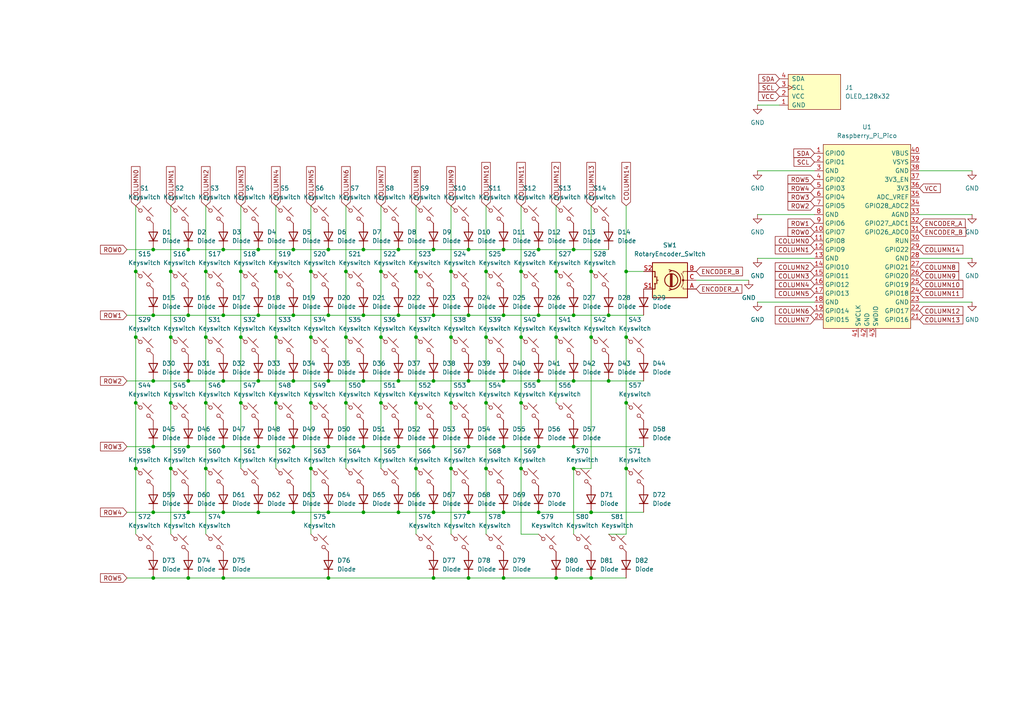
<source format=kicad_sch>
(kicad_sch (version 20231120) (generator "eeschema") (generator_version "8.0")
  (paper "A4")
  (title_block (title "wavey81") (company "me") (comment 1 "81 key + encoder + oled keyboard"))
  (lib_symbols
    (symbol "Device:RotaryEncoder_Switch" (pin_names (offset 0.254) hide)
      (property "Reference" "SW" (at 0 6.604 0))
      (property "Value" "RotaryEncoder_Switch" (at 0 -6.604 0))
      (symbol "RotaryEncoder_Switch_1_1"
        (pin passive line (at -7.62 2.54 0) (length 2.54) (name "A") (number "A"))
        (pin passive line (at -7.62 -2.54 0) (length 2.54) (name "B") (number "B"))
        (pin passive line (at -7.62 0 0) (length 2.54) (name "C") (number "C"))
        (pin passive line (at 7.62 2.54 180) (length 2.54) (name "S1") (number "S1"))
        (pin passive line (at 7.62 -2.54 180) (length 2.54) (name "S2") (number "S2"))
      )
    )
    (symbol "ScottoKeebs:MCU_Raspberry_Pi_Pico"
      (property "Reference" "U" (at 0 0 0))
      (property "Value" "Raspberry_Pi_Pico" (at 0 27.94 0))
      (symbol "MCU_Raspberry_Pi_Pico_1_1"
        (pin bidirectional line (at -15.24 24.13 0) (length 2.54) (name "GPIO0") (number "1"))
        (pin bidirectional line (at -15.24 1.27 0) (length 2.54) (name "GPIO7") (number "10"))
        (pin bidirectional line (at -15.24 -1.27 0) (length 2.54) (name "GPIO8") (number "11"))
        (pin bidirectional line (at -15.24 -3.81 0) (length 2.54) (name "GPIO9") (number "12"))
        (pin power_in line (at -15.24 -6.35 0) (length 2.54) (name "GND") (number "13"))
        (pin bidirectional line (at -15.24 -8.89 0) (length 2.54) (name "GPIO10") (number "14"))
        (pin bidirectional line (at -15.24 -11.43 0) (length 2.54) (name "GPIO11") (number "15"))
        (pin bidirectional line (at -15.24 -13.97 0) (length 2.54) (name "GPIO12") (number "16"))
        (pin bidirectional line (at -15.24 -16.51 0) (length 2.54) (name "GPIO13") (number "17"))
        (pin power_in line (at -15.24 -19.05 0) (length 2.54) (name "GND") (number "18"))
        (pin bidirectional line (at -15.24 -21.59 0) (length 2.54) (name "GPIO14") (number "19"))
        (pin bidirectional line (at -15.24 21.59 0) (length 2.54) (name "GPIO1") (number "2"))
        (pin bidirectional line (at -15.24 -24.13 0) (length 2.54) (name "GPIO15") (number "20"))
        (pin bidirectional line (at 15.24 -24.13 180) (length 2.54) (name "GPIO16") (number "21"))
        (pin bidirectional line (at 15.24 -21.59 180) (length 2.54) (name "GPIO17") (number "22"))
        (pin power_in line (at 15.24 -19.05 180) (length 2.54) (name "GND") (number "23"))
        (pin bidirectional line (at 15.24 -16.51 180) (length 2.54) (name "GPIO18") (number "24"))
        (pin bidirectional line (at 15.24 -13.97 180) (length 2.54) (name "GPIO19") (number "25"))
        (pin bidirectional line (at 15.24 -11.43 180) (length 2.54) (name "GPIO20") (number "26"))
        (pin bidirectional line (at 15.24 -8.89 180) (length 2.54) (name "GPIO21") (number "27"))
        (pin power_in line (at 15.24 -6.35 180) (length 2.54) (name "GND") (number "28"))
        (pin bidirectional line (at 15.24 -3.81 180) (length 2.54) (name "GPIO22") (number "29"))
        (pin power_in line (at -15.24 19.05 0) (length 2.54) (name "GND") (number "3"))
        (pin input line (at 15.24 -1.27 180) (length 2.54) (name "RUN") (number "30"))
        (pin bidirectional line (at 15.24 1.27 180) (length 2.54) (name "GPIO26_ADC0") (number "31"))
        (pin bidirectional line (at 15.24 3.81 180) (length 2.54) (name "GPIO27_ADC1") (number "32"))
        (pin power_in line (at 15.24 6.35 180) (length 2.54) (name "AGND") (number "33"))
        (pin bidirectional line (at 15.24 8.89 180) (length 2.54) (name "GPIO28_ADC2") (number "34"))
        (pin power_in line (at 15.24 11.43 180) (length 2.54) (name "ADC_VREF") (number "35"))
        (pin power_in line (at 15.24 13.97 180) (length 2.54) (name "3V3") (number "36"))
        (pin input line (at 15.24 16.51 180) (length 2.54) (name "3V3_EN") (number "37"))
        (pin bidirectional line (at 15.24 19.05 180) (length 2.54) (name "GND") (number "38"))
        (pin power_in line (at 15.24 21.59 180) (length 2.54) (name "VSYS") (number "39"))
        (pin bidirectional line (at -15.24 16.51 0) (length 2.54) (name "GPIO2") (number "4"))
        (pin power_in line (at 15.24 24.13 180) (length 2.54) (name "VBUS") (number "40"))
        (pin input line (at -2.54 -29.21 90) (length 2.54) (name "SWCLK") (number "41"))
        (pin power_in line (at 0 -29.21 90) (length 2.54) (name "GND") (number "42"))
        (pin bidirectional line (at 2.54 -29.21 90) (length 2.54) (name "SWDIO") (number "43"))
        (pin bidirectional line (at -15.24 13.97 0) (length 2.54) (name "GPIO3") (number "5"))
        (pin bidirectional line (at -15.24 11.43 0) (length 2.54) (name "GPIO4") (number "6"))
        (pin bidirectional line (at -15.24 8.89 0) (length 2.54) (name "GPIO5") (number "7"))
        (pin power_in line (at -15.24 6.35 0) (length 2.54) (name "GND") (number "8"))
        (pin bidirectional line (at -15.24 3.81 0) (length 2.54) (name "GPIO6") (number "9"))
      )
    )
    (symbol "ScottoKeebs:OLED_128x32" (pin_names (offset 1.016))
      (property "Reference" "J" (at 0 -6.35 0))
      (property "Value" "OLED_128x32" (at 0 6.35 0))
      (symbol "OLED_128x32_1_1"
        (pin power_in line (at -2.54 -3.81 0) (length 2.54) (name "GND") (number "1"))
        (pin power_in line (at -2.54 -1.27 0) (length 2.54) (name "VCC") (number "2"))
        (pin input clock (at -2.54 1.27 0) (length 2.54) (name "SCL") (number "3"))
        (pin bidirectional line (at -2.54 3.81 0) (length 2.54) (name "SDA") (number "4"))
      )
    )
    (symbol "ScottoKeebs:Placeholder_Diode" (pin_numbers hide) (pin_names hide)
      (property "Reference" "D" (at 0 2.54 0))
      (property "Value" "Diode" (at 0 -2.54 0))
      (symbol "Placeholder_Diode_1_1"
        (pin passive line (at -3.81 0 0) (length 2.54) (name "K") (number "1"))
        (pin passive line (at 3.81 0 180) (length 2.54) (name "A") (number "2"))
      )
    )
    (symbol "ScottoKeebs:Placeholder_Keyswitch" (pin_numbers hide) (pin_names (offset 1.016) hide)
      (property "Reference" "S" (at 3.048 1.016 0))
      (property "Value" "Keyswitch" (at 0 -3.81 0))
      (symbol "Placeholder_Keyswitch_0_1"
        (pin passive line (at -2.54 2.54 0) (length 0) (name "1") (number "1"))
        (pin passive line (at 2.54 -2.54 180) (length 0) (name "2") (number "2"))
      )
    )
    (symbol "power:GND" (power) (pin_numbers hide) (pin_names (offset 0) hide)
      (property "Value" "GND" (at 0 -3.81 0))
      (symbol "GND_1_1"
        (pin power_in line (at 0 0 270) (length 0) (name "~") (number "1"))
      )
    )
  )
  (junction (at 44.45 148.59))
  (junction (at 135.89 167.64))
  (junction (at 95.25 72.39))
  (junction (at 54.61 167.64))
  (junction (at 54.61 148.59))
  (junction (at 54.61 129.54))
  (junction (at 39.37 135.89))
  (junction (at 166.37 135.89))
  (junction (at 95.25 167.64))
  (junction (at 100.33 78.74))
  (junction (at 140.97 78.74))
  (junction (at 130.81 97.79))
  (junction (at 120.65 116.84))
  (junction (at 64.77 110.49))
  (junction (at 146.05 110.49))
  (junction (at 54.61 72.39))
  (junction (at 120.65 135.89))
  (junction (at 85.09 72.39))
  (junction (at 95.25 91.44))
  (junction (at 156.21 110.49))
  (junction (at 69.85 116.84))
  (junction (at 90.17 78.74))
  (junction (at 39.37 78.74))
  (junction (at 54.61 91.44))
  (junction (at 49.53 97.79))
  (junction (at 74.93 129.54))
  (junction (at 125.73 167.64))
  (junction (at 90.17 116.84))
  (junction (at 59.69 78.74))
  (junction (at 105.41 148.59))
  (junction (at 44.45 72.39))
  (junction (at 166.37 91.44))
  (junction (at 90.17 135.89))
  (junction (at 105.41 129.54))
  (junction (at 125.73 129.54))
  (junction (at 49.53 135.89))
  (junction (at 161.29 167.64))
  (junction (at 120.65 78.74))
  (junction (at 44.45 167.64))
  (junction (at 85.09 129.54))
  (junction (at 44.45 129.54))
  (junction (at 156.21 129.54))
  (junction (at 176.53 110.49))
  (junction (at 146.05 72.39))
  (junction (at 130.81 116.84))
  (junction (at 69.85 97.79))
  (junction (at 90.17 97.79))
  (junction (at 156.21 148.59))
  (junction (at 171.45 97.79))
  (junction (at 166.37 110.49))
  (junction (at 105.41 110.49))
  (junction (at 49.53 116.84))
  (junction (at 115.57 72.39))
  (junction (at 156.21 91.44))
  (junction (at 80.01 97.79))
  (junction (at 59.69 97.79))
  (junction (at 171.45 167.64))
  (junction (at 64.77 129.54))
  (junction (at 39.37 116.84))
  (junction (at 85.09 148.59))
  (junction (at 44.45 91.44))
  (junction (at 115.57 129.54))
  (junction (at 140.97 135.89))
  (junction (at 64.77 167.64))
  (junction (at 125.73 91.44))
  (junction (at 181.61 135.89))
  (junction (at 140.97 116.84))
  (junction (at 44.45 110.49))
  (junction (at 105.41 91.44))
  (junction (at 161.29 97.79))
  (junction (at 151.13 135.89))
  (junction (at 125.73 110.49))
  (junction (at 95.25 148.59))
  (junction (at 95.25 110.49))
  (junction (at 110.49 97.79))
  (junction (at 135.89 91.44))
  (junction (at 80.01 116.84))
  (junction (at 176.53 91.44))
  (junction (at 80.01 78.74))
  (junction (at 156.21 72.39))
  (junction (at 166.37 129.54))
  (junction (at 115.57 91.44))
  (junction (at 64.77 72.39))
  (junction (at 110.49 78.74))
  (junction (at 64.77 148.59))
  (junction (at 100.33 116.84))
  (junction (at 120.65 97.79))
  (junction (at 146.05 129.54))
  (junction (at 171.45 148.59))
  (junction (at 49.53 78.74))
  (junction (at 171.45 78.74))
  (junction (at 100.33 97.79))
  (junction (at 59.69 116.84))
  (junction (at 115.57 110.49))
  (junction (at 39.37 97.79))
  (junction (at 181.61 97.79))
  (junction (at 64.77 91.44))
  (junction (at 125.73 72.39))
  (junction (at 85.09 110.49))
  (junction (at 135.89 110.49))
  (junction (at 74.93 72.39))
  (junction (at 135.89 148.59))
  (junction (at 110.49 116.84))
  (junction (at 135.89 72.39))
  (junction (at 146.05 148.59))
  (junction (at 151.13 78.74))
  (junction (at 125.73 148.59))
  (junction (at 95.25 129.54))
  (junction (at 151.13 97.79))
  (junction (at 146.05 167.64))
  (junction (at 69.85 78.74))
  (junction (at 105.41 72.39))
  (junction (at 115.57 148.59))
  (junction (at 130.81 135.89))
  (junction (at 135.89 129.54))
  (junction (at 130.81 78.74))
  (junction (at 74.93 91.44))
  (junction (at 181.61 78.74))
  (junction (at 161.29 78.74))
  (junction (at 151.13 116.84))
  (junction (at 146.05 91.44))
  (junction (at 74.93 148.59))
  (junction (at 54.61 110.49))
  (junction (at 59.69 135.89))
  (junction (at 140.97 97.79))
  (junction (at 85.09 91.44))
  (junction (at 181.61 116.84))
  (junction (at 166.37 72.39))
  (junction (at 74.93 110.49))
  (wire (pts (xy 64.77 148.59) (xy 74.93 148.59)))
  (wire (pts (xy 219.71 74.93) (xy 236.22 74.93)))
  (wire (pts (xy 115.57 91.44) (xy 125.73 91.44)))
  (wire (pts (xy 161.29 97.79) (xy 161.29 116.84)))
  (wire (pts (xy 171.45 97.79) (xy 171.45 135.89)))
  (wire (pts (xy 146.05 110.49) (xy 156.21 110.49)))
  (wire (pts (xy 166.37 135.89) (xy 166.37 154.94)))
  (wire (pts (xy 219.71 30.48) (xy 226.06 30.48)))
  (wire (pts (xy 54.61 148.59) (xy 64.77 148.59)))
  (wire (pts (xy 64.77 72.39) (xy 74.93 72.39)))
  (wire (pts (xy 49.53 116.84) (xy 49.53 135.89)))
  (wire (pts (xy 49.53 78.74) (xy 49.53 97.79)))
  (wire (pts (xy 36.83 72.39) (xy 44.45 72.39)))
  (wire (pts (xy 146.05 167.64) (xy 161.29 167.64)))
  (wire (pts (xy 120.65 59.69) (xy 120.65 78.74)))
  (wire (pts (xy 44.45 148.59) (xy 54.61 148.59)))
  (wire (pts (xy 59.69 78.74) (xy 59.69 97.79)))
  (wire (pts (xy 90.17 116.84) (xy 90.17 135.89)))
  (wire (pts (xy 80.01 59.69) (xy 80.01 78.74)))
  (wire (pts (xy 74.93 129.54) (xy 85.09 129.54)))
  (wire (pts (xy 105.41 91.44) (xy 115.57 91.44)))
  (wire (pts (xy 125.73 91.44) (xy 135.89 91.44)))
  (wire (pts (xy 171.45 59.69) (xy 171.45 78.74)))
  (wire (pts (xy 125.73 110.49) (xy 135.89 110.49)))
  (wire (pts (xy 156.21 72.39) (xy 166.37 72.39)))
  (wire (pts (xy 85.09 91.44) (xy 95.25 91.44)))
  (wire (pts (xy 39.37 135.89) (xy 39.37 154.94)))
  (wire (pts (xy 151.13 154.94) (xy 151.13 135.89)))
  (wire (pts (xy 49.53 97.79) (xy 49.53 116.84)))
  (wire (pts (xy 125.73 129.54) (xy 135.89 129.54)))
  (wire (pts (xy 54.61 110.49) (xy 64.77 110.49)))
  (wire (pts (xy 100.33 97.79) (xy 100.33 116.84)))
  (wire (pts (xy 176.53 91.44) (xy 186.69 91.44)))
  (wire (pts (xy 44.45 72.39) (xy 54.61 72.39)))
  (wire (pts (xy 90.17 59.69) (xy 90.17 78.74)))
  (wire (pts (xy 156.21 129.54) (xy 166.37 129.54)))
  (wire (pts (xy 59.69 135.89) (xy 59.69 154.94)))
  (wire (pts (xy 59.69 97.79) (xy 59.69 116.84)))
  (wire (pts (xy 266.7 62.23) (xy 281.94 62.23)))
  (wire (pts (xy 146.05 91.44) (xy 156.21 91.44)))
  (wire (pts (xy 125.73 148.59) (xy 135.89 148.59)))
  (wire (pts (xy 130.81 97.79) (xy 130.81 116.84)))
  (wire (pts (xy 95.25 91.44) (xy 105.41 91.44)))
  (wire (pts (xy 219.71 49.53) (xy 236.22 49.53)))
  (wire (pts (xy 171.45 78.74) (xy 171.45 97.79)))
  (wire (pts (xy 69.85 78.74) (xy 69.85 97.79)))
  (wire (pts (xy 146.05 148.59) (xy 156.21 148.59)))
  (wire (pts (xy 80.01 78.74) (xy 80.01 97.79)))
  (wire (pts (xy 115.57 148.59) (xy 125.73 148.59)))
  (wire (pts (xy 266.7 49.53) (xy 281.94 49.53)))
  (wire (pts (xy 135.89 148.59) (xy 146.05 148.59)))
  (wire (pts (xy 105.41 129.54) (xy 115.57 129.54)))
  (wire (pts (xy 135.89 91.44) (xy 146.05 91.44)))
  (wire (pts (xy 135.89 110.49) (xy 146.05 110.49)))
  (wire (pts (xy 95.25 148.59) (xy 105.41 148.59)))
  (wire (pts (xy 54.61 72.39) (xy 64.77 72.39)))
  (wire (pts (xy 115.57 110.49) (xy 125.73 110.49)))
  (wire (pts (xy 36.83 167.64) (xy 44.45 167.64)))
  (wire (pts (xy 95.25 72.39) (xy 105.41 72.39)))
  (wire (pts (xy 85.09 148.59) (xy 95.25 148.59)))
  (wire (pts (xy 171.45 148.59) (xy 186.69 148.59)))
  (wire (pts (xy 161.29 167.64) (xy 171.45 167.64)))
  (wire (pts (xy 146.05 129.54) (xy 156.21 129.54)))
  (wire (pts (xy 110.49 116.84) (xy 110.49 135.89)))
  (wire (pts (xy 166.37 72.39) (xy 176.53 72.39)))
  (wire (pts (xy 54.61 129.54) (xy 64.77 129.54)))
  (wire (pts (xy 100.33 78.74) (xy 100.33 97.79)))
  (wire (pts (xy 140.97 78.74) (xy 140.97 97.79)))
  (wire (pts (xy 176.53 110.49) (xy 186.69 110.49)))
  (wire (pts (xy 39.37 59.69) (xy 39.37 78.74)))
  (wire (pts (xy 44.45 110.49) (xy 54.61 110.49)))
  (wire (pts (xy 140.97 135.89) (xy 140.97 154.94)))
  (wire (pts (xy 135.89 72.39) (xy 146.05 72.39)))
  (wire (pts (xy 130.81 78.74) (xy 130.81 97.79)))
  (wire (pts (xy 120.65 116.84) (xy 120.65 135.89)))
  (wire (pts (xy 156.21 154.94) (xy 151.13 154.94)))
  (wire (pts (xy 36.83 129.54) (xy 44.45 129.54)))
  (wire (pts (xy 39.37 97.79) (xy 39.37 116.84)))
  (wire (pts (xy 74.93 72.39) (xy 85.09 72.39)))
  (wire (pts (xy 151.13 116.84) (xy 151.13 135.89)))
  (wire (pts (xy 151.13 59.69) (xy 151.13 78.74)))
  (wire (pts (xy 219.71 62.23) (xy 236.22 62.23)))
  (wire (pts (xy 69.85 97.79) (xy 69.85 116.84)))
  (wire (pts (xy 161.29 78.74) (xy 161.29 97.79)))
  (wire (pts (xy 181.61 135.89) (xy 181.61 154.94)))
  (wire (pts (xy 90.17 78.74) (xy 90.17 97.79)))
  (wire (pts (xy 156.21 148.59) (xy 171.45 148.59)))
  (wire (pts (xy 166.37 110.49) (xy 176.53 110.49)))
  (wire (pts (xy 171.45 135.89) (xy 166.37 135.89)))
  (wire (pts (xy 44.45 129.54) (xy 54.61 129.54)))
  (wire (pts (xy 181.61 97.79) (xy 181.61 116.84)))
  (wire (pts (xy 105.41 148.59) (xy 115.57 148.59)))
  (wire (pts (xy 105.41 110.49) (xy 115.57 110.49)))
  (wire (pts (xy 36.83 110.49) (xy 44.45 110.49)))
  (wire (pts (xy 64.77 91.44) (xy 74.93 91.44)))
  (wire (pts (xy 156.21 110.49) (xy 166.37 110.49)))
  (wire (pts (xy 120.65 97.79) (xy 120.65 116.84)))
  (wire (pts (xy 36.83 91.44) (xy 44.45 91.44)))
  (wire (pts (xy 95.25 167.64) (xy 125.73 167.64)))
  (wire (pts (xy 151.13 97.79) (xy 151.13 116.84)))
  (wire (pts (xy 59.69 59.69) (xy 59.69 78.74)))
  (wire (pts (xy 59.69 116.84) (xy 59.69 135.89)))
  (wire (pts (xy 146.05 72.39) (xy 156.21 72.39)))
  (wire (pts (xy 100.33 59.69) (xy 100.33 78.74)))
  (wire (pts (xy 130.81 116.84) (xy 130.81 135.89)))
  (wire (pts (xy 64.77 167.64) (xy 95.25 167.64)))
  (wire (pts (xy 181.61 116.84) (xy 181.61 135.89)))
  (wire (pts (xy 110.49 97.79) (xy 110.49 116.84)))
  (wire (pts (xy 135.89 167.64) (xy 146.05 167.64)))
  (wire (pts (xy 161.29 59.69) (xy 161.29 78.74)))
  (wire (pts (xy 120.65 135.89) (xy 120.65 154.94)))
  (wire (pts (xy 54.61 91.44) (xy 64.77 91.44)))
  (wire (pts (xy 85.09 110.49) (xy 95.25 110.49)))
  (wire (pts (xy 140.97 97.79) (xy 140.97 116.84)))
  (wire (pts (xy 105.41 72.39) (xy 115.57 72.39)))
  (wire (pts (xy 85.09 72.39) (xy 95.25 72.39)))
  (wire (pts (xy 201.93 81.28) (xy 217.17 81.28)))
  (wire (pts (xy 49.53 135.89) (xy 49.53 154.94)))
  (wire (pts (xy 166.37 91.44) (xy 176.53 91.44)))
  (wire (pts (xy 181.61 97.79) (xy 181.61 78.74)))
  (wire (pts (xy 140.97 116.84) (xy 140.97 135.89)))
  (wire (pts (xy 181.61 78.74) (xy 186.69 78.74)))
  (wire (pts (xy 74.93 91.44) (xy 85.09 91.44)))
  (wire (pts (xy 44.45 167.64) (xy 54.61 167.64)))
  (wire (pts (xy 39.37 116.84) (xy 39.37 135.89)))
  (wire (pts (xy 130.81 135.89) (xy 130.81 154.94)))
  (wire (pts (xy 125.73 72.39) (xy 135.89 72.39)))
  (wire (pts (xy 115.57 129.54) (xy 125.73 129.54)))
  (wire (pts (xy 266.7 74.93) (xy 281.94 74.93)))
  (wire (pts (xy 90.17 97.79) (xy 90.17 116.84)))
  (wire (pts (xy 166.37 129.54) (xy 186.69 129.54)))
  (wire (pts (xy 110.49 59.69) (xy 110.49 78.74)))
  (wire (pts (xy 266.7 87.63) (xy 281.94 87.63)))
  (wire (pts (xy 64.77 129.54) (xy 74.93 129.54)))
  (wire (pts (xy 39.37 78.74) (xy 39.37 97.79)))
  (wire (pts (xy 80.01 116.84) (xy 80.01 135.89)))
  (wire (pts (xy 181.61 154.94) (xy 176.53 154.94)))
  (wire (pts (xy 140.97 59.69) (xy 140.97 78.74)))
  (wire (pts (xy 44.45 91.44) (xy 54.61 91.44)))
  (wire (pts (xy 95.25 129.54) (xy 105.41 129.54)))
  (wire (pts (xy 100.33 116.84) (xy 100.33 135.89)))
  (wire (pts (xy 125.73 167.64) (xy 135.89 167.64)))
  (wire (pts (xy 110.49 78.74) (xy 110.49 97.79)))
  (wire (pts (xy 69.85 116.84) (xy 69.85 135.89)))
  (wire (pts (xy 151.13 78.74) (xy 151.13 97.79)))
  (wire (pts (xy 69.85 59.69) (xy 69.85 78.74)))
  (wire (pts (xy 120.65 78.74) (xy 120.65 97.79)))
  (wire (pts (xy 36.83 148.59) (xy 44.45 148.59)))
  (wire (pts (xy 74.93 110.49) (xy 85.09 110.49)))
  (wire (pts (xy 85.09 129.54) (xy 95.25 129.54)))
  (wire (pts (xy 156.21 91.44) (xy 166.37 91.44)))
  (wire (pts (xy 115.57 72.39) (xy 125.73 72.39)))
  (wire (pts (xy 49.53 59.69) (xy 49.53 78.74)))
  (wire (pts (xy 181.61 78.74) (xy 181.61 59.69)))
  (wire (pts (xy 80.01 97.79) (xy 80.01 116.84)))
  (wire (pts (xy 90.17 135.89) (xy 90.17 154.94)))
  (wire (pts (xy 74.93 148.59) (xy 85.09 148.59)))
  (wire (pts (xy 64.77 110.49) (xy 74.93 110.49)))
  (wire (pts (xy 130.81 59.69) (xy 130.81 78.74)))
  (wire (pts (xy 135.89 129.54) (xy 146.05 129.54)))
  (wire (pts (xy 95.25 110.49) (xy 105.41 110.49)))
  (wire (pts (xy 54.61 167.64) (xy 64.77 167.64)))
  (wire (pts (xy 219.71 87.63) (xy 236.22 87.63)))
  (wire (pts (xy 171.45 167.64) (xy 181.61 167.64)))
  (global_label "ROW4" (shape input) (at 36.83 148.59 180) (property "Intersheetrefs" "${INTERSHEET_REFS}" (effects (hide yes))))
  (global_label "VCC" (shape input) (at 266.7 54.61 0) (property "Intersheetrefs" "${INTERSHEET_REFS}" (effects (hide yes))))
  (global_label "COLUMN12" (shape input) (at 161.29 59.69 90) (property "Intersheetrefs" "${INTERSHEET_REFS}" (effects (hide yes))))
  (global_label "COLUMN14" (shape input) (at 266.7 72.39 0) (property "Intersheetrefs" "${INTERSHEET_REFS}" (effects (hide yes))))
  (global_label "ROW0" (shape input) (at 36.83 72.39 180) (property "Intersheetrefs" "${INTERSHEET_REFS}" (effects (hide yes))))
  (global_label "ROW3" (shape input) (at 236.22 57.15 180) (property "Intersheetrefs" "${INTERSHEET_REFS}" (effects (hide yes))))
  (global_label "SCL" (shape input) (at 226.06 25.4 180) (property "Intersheetrefs" "${INTERSHEET_REFS}" (effects (hide yes))))
  (global_label "ROW2" (shape input) (at 236.22 59.69 180) (property "Intersheetrefs" "${INTERSHEET_REFS}" (effects (hide yes))))
  (global_label "ROW2" (shape input) (at 36.83 110.49 180) (property "Intersheetrefs" "${INTERSHEET_REFS}" (effects (hide yes))))
  (global_label "COLUMN1" (shape input) (at 49.53 59.69 90) (property "Intersheetrefs" "${INTERSHEET_REFS}" (effects (hide yes))))
  (global_label "COLUMN7" (shape input) (at 110.49 59.69 90) (property "Intersheetrefs" "${INTERSHEET_REFS}" (effects (hide yes))))
  (global_label "ENCODER_B" (shape input) (at 201.93 78.74 0) (property "Intersheetrefs" "${INTERSHEET_REFS}" (effects (hide yes))))
  (global_label "COLUMN2" (shape input) (at 236.22 77.47 180) (property "Intersheetrefs" "${INTERSHEET_REFS}" (effects (hide yes))))
  (global_label "COLUMN14" (shape input) (at 181.61 59.69 90) (property "Intersheetrefs" "${INTERSHEET_REFS}" (effects (hide yes))))
  (global_label "COLUMN13" (shape input) (at 171.45 59.69 90) (property "Intersheetrefs" "${INTERSHEET_REFS}" (effects (hide yes))))
  (global_label "COLUMN12" (shape input) (at 266.7 90.17 0) (property "Intersheetrefs" "${INTERSHEET_REFS}" (effects (hide yes))))
  (global_label "ROW3" (shape input) (at 36.83 129.54 180) (property "Intersheetrefs" "${INTERSHEET_REFS}" (effects (hide yes))))
  (global_label "ROW1" (shape input) (at 236.22 64.77 180) (property "Intersheetrefs" "${INTERSHEET_REFS}" (effects (hide yes))))
  (global_label "COLUMN5" (shape input) (at 236.22 85.09 180) (property "Intersheetrefs" "${INTERSHEET_REFS}" (effects (hide yes))))
  (global_label "COLUMN11" (shape input) (at 266.7 85.09 0) (property "Intersheetrefs" "${INTERSHEET_REFS}" (effects (hide yes))))
  (global_label "ROW0" (shape input) (at 236.22 67.31 180) (property "Intersheetrefs" "${INTERSHEET_REFS}" (effects (hide yes))))
  (global_label "COLUMN11" (shape input) (at 151.13 59.69 90) (property "Intersheetrefs" "${INTERSHEET_REFS}" (effects (hide yes))))
  (global_label "ENCODER_A" (shape input) (at 201.93 83.82 0) (property "Intersheetrefs" "${INTERSHEET_REFS}" (effects (hide yes))))
  (global_label "ENCODER_B" (shape input) (at 266.7 67.31 0) (property "Intersheetrefs" "${INTERSHEET_REFS}" (effects (hide yes))))
  (global_label "COLUMN0" (shape input) (at 39.37 59.69 90) (property "Intersheetrefs" "${INTERSHEET_REFS}" (effects (hide yes))))
  (global_label "COLUMN6" (shape input) (at 100.33 59.69 90) (property "Intersheetrefs" "${INTERSHEET_REFS}" (effects (hide yes))))
  (global_label "COLUMN3" (shape input) (at 69.85 59.69 90) (property "Intersheetrefs" "${INTERSHEET_REFS}" (effects (hide yes))))
  (global_label "SDA" (shape input) (at 236.22 44.45 180) (property "Intersheetrefs" "${INTERSHEET_REFS}" (effects (hide yes))))
  (global_label "COLUMN0" (shape input) (at 236.22 69.85 180) (property "Intersheetrefs" "${INTERSHEET_REFS}" (effects (hide yes))))
  (global_label "COLUMN3" (shape input) (at 236.22 80.01 180) (property "Intersheetrefs" "${INTERSHEET_REFS}" (effects (hide yes))))
  (global_label "ROW5" (shape input) (at 236.22 52.07 180) (property "Intersheetrefs" "${INTERSHEET_REFS}" (effects (hide yes))))
  (global_label "COLUMN4" (shape input) (at 236.22 82.55 180) (property "Intersheetrefs" "${INTERSHEET_REFS}" (effects (hide yes))))
  (global_label "COLUMN8" (shape input) (at 266.7 77.47 0) (property "Intersheetrefs" "${INTERSHEET_REFS}" (effects (hide yes))))
  (global_label "COLUMN4" (shape input) (at 80.01 59.69 90) (property "Intersheetrefs" "${INTERSHEET_REFS}" (effects (hide yes))))
  (global_label "ROW4" (shape input) (at 236.22 54.61 180) (property "Intersheetrefs" "${INTERSHEET_REFS}" (effects (hide yes))))
  (global_label "COLUMN5" (shape input) (at 90.17 59.69 90) (property "Intersheetrefs" "${INTERSHEET_REFS}" (effects (hide yes))))
  (global_label "COLUMN10" (shape input) (at 266.7 82.55 0) (property "Intersheetrefs" "${INTERSHEET_REFS}" (effects (hide yes))))
  (global_label "ENCODER_A" (shape input) (at 266.7 64.77 0) (property "Intersheetrefs" "${INTERSHEET_REFS}" (effects (hide yes))))
  (global_label "COLUMN1" (shape input) (at 236.22 72.39 180) (property "Intersheetrefs" "${INTERSHEET_REFS}" (effects (hide yes))))
  (global_label "COLUMN13" (shape input) (at 266.7 92.71 0) (property "Intersheetrefs" "${INTERSHEET_REFS}" (effects (hide yes))))
  (global_label "VCC" (shape input) (at 226.06 27.94 180) (property "Intersheetrefs" "${INTERSHEET_REFS}" (effects (hide yes))))
  (global_label "SCL" (shape input) (at 236.22 46.99 180) (property "Intersheetrefs" "${INTERSHEET_REFS}" (effects (hide yes))))
  (global_label "COLUMN9" (shape input) (at 130.81 59.69 90) (property "Intersheetrefs" "${INTERSHEET_REFS}" (effects (hide yes))))
  (global_label "COLUMN7" (shape input) (at 236.22 92.71 180) (property "Intersheetrefs" "${INTERSHEET_REFS}" (effects (hide yes))))
  (global_label "ROW1" (shape input) (at 36.83 91.44 180) (property "Intersheetrefs" "${INTERSHEET_REFS}" (effects (hide yes))))
  (global_label "ROW5" (shape input) (at 36.83 167.64 180) (property "Intersheetrefs" "${INTERSHEET_REFS}" (effects (hide yes))))
  (global_label "COLUMN6" (shape input) (at 236.22 90.17 180) (property "Intersheetrefs" "${INTERSHEET_REFS}" (effects (hide yes))))
  (global_label "COLUMN2" (shape input) (at 59.69 59.69 90) (property "Intersheetrefs" "${INTERSHEET_REFS}" (effects (hide yes))))
  (global_label "SDA" (shape input) (at 226.06 22.86 180) (property "Intersheetrefs" "${INTERSHEET_REFS}" (effects (hide yes))))
  (global_label "COLUMN8" (shape input) (at 120.65 59.69 90) (property "Intersheetrefs" "${INTERSHEET_REFS}" (effects (hide yes))))
  (global_label "COLUMN9" (shape input) (at 266.7 80.01 0) (property "Intersheetrefs" "${INTERSHEET_REFS}" (effects (hide yes))))
  (global_label "COLUMN10" (shape input) (at 140.97 59.69 90) (property "Intersheetrefs" "${INTERSHEET_REFS}" (effects (hide yes))))
  (symbol (lib_id "ScottoKeebs:Placeholder_Keyswitch") (at 179.07 157.48 0) (unit 1)
    (property "Reference" "S81" (at 179.07 149.86 0))
    (property "Value" "Keyswitch" (at 179.07 152.4 0))
    (property "Footprint" "ScottoKeebs_MX:MX_PCB_1.00u" (effects (hide yes)))
    (property "Description" "Push button switch, normally open, two pins, 45° tilted" (effects (hide yes)))
  )
  (symbol (lib_id "ScottoKeebs:Placeholder_Diode") (at 44.45 125.73 90) (unit 1)
    (property "Reference" "D45" (at 46.99 124.4599 90) (effects (justify right)))
    (property "Value" "Diode" (at 46.99 126.9999 90) (effects (justify right)))
    (property "Footprint" "ScottoKeebs_Components:Diode_DO-35" (effects (hide yes)))
    (property "Description" "1N4148 (DO-35) or 1N4148W (SOD-123)" (effects (hide yes)))
    (property "Sim.Device" "D" (effects (hide yes)))
    (property "Sim.Pins" "1=K 2=A" (effects (hide yes)))
  )
  (symbol (lib_id "ScottoKeebs:Placeholder_Diode") (at 166.37 68.58 90) (unit 1)
    (property "Reference" "D13" (at 168.91 67.3099 90) (effects (justify right)))
    (property "Value" "Diode" (at 168.91 69.8499 90) (effects (justify right)))
    (property "Footprint" "ScottoKeebs_Components:Diode_DO-35" (effects (hide yes)))
    (property "Description" "1N4148 (DO-35) or 1N4148W (SOD-123)" (effects (hide yes)))
    (property "Sim.Device" "D" (effects (hide yes)))
    (property "Sim.Pins" "1=K 2=A" (effects (hide yes)))
  )
  (symbol (lib_id "Device:RotaryEncoder_Switch") (at 194.31 81.28 180) (unit 1)
    (property "Reference" "SW1" (at 194.31 71.12 0))
    (property "Value" "RotaryEncoder_Switch" (at 194.31 73.66 0))
    (property "Footprint" "ScottoKeebs_Scotto:Encoder_EC11_MX" (effects (hide yes)))
    (property "Description" "Rotary encoder, dual channel, incremental quadrate outputs, with switch" (effects (hide yes)))
  )
  (symbol (lib_id "power:GND") (at 281.94 62.23 0) (unit 1)
    (property "Reference" "#PWR09" (effects (hide yes)))
    (property "Value" "GND" (at 281.94 67.31 0))
    (property "Description" "Power symbol creates a global label with name \"GND\" , ground" (effects (hide yes)))
  )
  (symbol (lib_id "ScottoKeebs:Placeholder_Keyswitch") (at 102.87 62.23 0) (unit 1)
    (property "Reference" "S7" (at 102.87 54.61 0))
    (property "Value" "Keyswitch" (at 102.87 57.15 0))
    (property "Footprint" "ScottoKeebs_MX:MX_PCB_1.00u" (effects (hide yes)))
    (property "Description" "Push button switch, normally open, two pins, 45° tilted" (effects (hide yes)))
  )
  (symbol (lib_id "ScottoKeebs:Placeholder_Keyswitch") (at 92.71 100.33 0) (unit 1)
    (property "Reference" "S34" (at 92.71 92.71 0))
    (property "Value" "Keyswitch" (at 92.71 95.25 0))
    (property "Footprint" "ScottoKeebs_MX:MX_PCB_1.00u" (effects (hide yes)))
    (property "Description" "Push button switch, normally open, two pins, 45° tilted" (effects (hide yes)))
  )
  (symbol (lib_id "power:GND") (at 219.71 74.93 0) (unit 1)
    (property "Reference" "#PWR06" (effects (hide yes)))
    (property "Value" "GND" (at 219.71 80.01 0))
    (property "Description" "Power symbol creates a global label with name \"GND\" , ground" (effects (hide yes)))
  )
  (symbol (lib_id "ScottoKeebs:Placeholder_Diode") (at 85.09 144.78 90) (unit 1)
    (property "Reference" "D63" (at 87.63 143.5099 90) (effects (justify right)))
    (property "Value" "Diode" (at 87.63 146.0499 90) (effects (justify right)))
    (property "Footprint" "ScottoKeebs_Components:Diode_DO-35" (effects (hide yes)))
    (property "Description" "1N4148 (DO-35) or 1N4148W (SOD-123)" (effects (hide yes)))
    (property "Sim.Device" "D" (effects (hide yes)))
    (property "Sim.Pins" "1=K 2=A" (effects (hide yes)))
  )
  (symbol (lib_id "ScottoKeebs:Placeholder_Diode") (at 125.73 144.78 90) (unit 1)
    (property "Reference" "D67" (at 128.27 143.5099 90) (effects (justify right)))
    (property "Value" "Diode" (at 128.27 146.0499 90) (effects (justify right)))
    (property "Footprint" "ScottoKeebs_Components:Diode_DO-35" (effects (hide yes)))
    (property "Description" "1N4148 (DO-35) or 1N4148W (SOD-123)" (effects (hide yes)))
    (property "Sim.Device" "D" (effects (hide yes)))
    (property "Sim.Pins" "1=K 2=A" (effects (hide yes)))
  )
  (symbol (lib_id "ScottoKeebs:Placeholder_Keyswitch") (at 52.07 81.28 0) (unit 1)
    (property "Reference" "S16" (at 52.07 73.66 0))
    (property "Value" "Keyswitch" (at 52.07 76.2 0))
    (property "Footprint" "ScottoKeebs_MX:MX_PCB_1.00u" (effects (hide yes)))
    (property "Description" "Push button switch, normally open, two pins, 45° tilted" (effects (hide yes)))
  )
  (symbol (lib_id "ScottoKeebs:Placeholder_Keyswitch") (at 168.91 157.48 0) (unit 1)
    (property "Reference" "S80" (at 168.91 149.86 0))
    (property "Value" "Keyswitch" (at 168.91 152.4 0))
    (property "Footprint" "ScottoKeebs_MX:MX_PCB_1.00u" (effects (hide yes)))
    (property "Description" "Push button switch, normally open, two pins, 45° tilted" (effects (hide yes)))
  )
  (symbol (lib_id "ScottoKeebs:Placeholder_Diode") (at 171.45 163.83 90) (unit 1)
    (property "Reference" "D81" (at 173.99 162.5599 90) (effects (justify right)))
    (property "Value" "Diode" (at 173.99 165.0999 90) (effects (justify right)))
    (property "Footprint" "ScottoKeebs_Components:Diode_DO-35" (effects (hide yes)))
    (property "Description" "1N4148 (DO-35) or 1N4148W (SOD-123)" (effects (hide yes)))
    (property "Sim.Device" "D" (effects (hide yes)))
    (property "Sim.Pins" "1=K 2=A" (effects (hide yes)))
  )
  (symbol (lib_id "ScottoKeebs:Placeholder_Keyswitch") (at 41.91 138.43 0) (unit 1)
    (property "Reference" "S58" (at 41.91 130.81 0))
    (property "Value" "Keyswitch" (at 41.91 133.35 0))
    (property "Footprint" "ScottoKeebs_MX:MX_PCB_2.25u" (effects (hide yes)))
    (property "Description" "Push button switch, normally open, two pins, 45° tilted" (effects (hide yes)))
  )
  (symbol (lib_id "ScottoKeebs:Placeholder_Diode") (at 166.37 125.73 90) (unit 1)
    (property "Reference" "D57" (at 168.91 124.4599 90) (effects (justify right)))
    (property "Value" "Diode" (at 168.91 126.9999 90) (effects (justify right)))
    (property "Footprint" "ScottoKeebs_Components:Diode_DO-35" (effects (hide yes)))
    (property "Description" "1N4148 (DO-35) or 1N4148W (SOD-123)" (effects (hide yes)))
    (property "Sim.Device" "D" (effects (hide yes)))
    (property "Sim.Pins" "1=K 2=A" (effects (hide yes)))
  )
  (symbol (lib_id "ScottoKeebs:Placeholder_Keyswitch") (at 82.55 100.33 0) (unit 1)
    (property "Reference" "S33" (at 82.55 92.71 0))
    (property "Value" "Keyswitch" (at 82.55 95.25 0))
    (property "Footprint" "ScottoKeebs_MX:MX_PCB_1.00u" (effects (hide yes)))
    (property "Description" "Push button switch, normally open, two pins, 45° tilted" (effects (hide yes)))
  )
  (symbol (lib_id "ScottoKeebs:Placeholder_Diode") (at 95.25 125.73 90) (unit 1)
    (property "Reference" "D50" (at 97.79 124.4599 90) (effects (justify right)))
    (property "Value" "Diode" (at 97.79 126.9999 90) (effects (justify right)))
    (property "Footprint" "ScottoKeebs_Components:Diode_DO-35" (effects (hide yes)))
    (property "Description" "1N4148 (DO-35) or 1N4148W (SOD-123)" (effects (hide yes)))
    (property "Sim.Device" "D" (effects (hide yes)))
    (property "Sim.Pins" "1=K 2=A" (effects (hide yes)))
  )
  (symbol (lib_id "ScottoKeebs:Placeholder_Keyswitch") (at 173.99 62.23 0) (unit 1)
    (property "Reference" "S14" (at 173.99 54.61 0))
    (property "Value" "Keyswitch" (at 173.99 57.15 0))
    (property "Footprint" "ScottoKeebs_MX:MX_PCB_1.00u" (effects (hide yes)))
    (property "Description" "Push button switch, normally open, two pins, 45° tilted" (effects (hide yes)))
  )
  (symbol (lib_id "ScottoKeebs:Placeholder_Diode") (at 85.09 87.63 90) (unit 1)
    (property "Reference" "D19" (at 87.63 86.3599 90) (effects (justify right)))
    (property "Value" "Diode" (at 87.63 88.8999 90) (effects (justify right)))
    (property "Footprint" "ScottoKeebs_Components:Diode_DO-35" (effects (hide yes)))
    (property "Description" "1N4148 (DO-35) or 1N4148W (SOD-123)" (effects (hide yes)))
    (property "Sim.Device" "D" (effects (hide yes)))
    (property "Sim.Pins" "1=K 2=A" (effects (hide yes)))
  )
  (symbol (lib_id "ScottoKeebs:Placeholder_Diode") (at 115.57 68.58 90) (unit 1)
    (property "Reference" "D8" (at 118.11 67.3099 90) (effects (justify right)))
    (property "Value" "Diode" (at 118.11 69.8499 90) (effects (justify right)))
    (property "Footprint" "ScottoKeebs_Components:Diode_DO-35" (effects (hide yes)))
    (property "Description" "1N4148 (DO-35) or 1N4148W (SOD-123)" (effects (hide yes)))
    (property "Sim.Device" "D" (effects (hide yes)))
    (property "Sim.Pins" "1=K 2=A" (effects (hide yes)))
  )
  (symbol (lib_id "ScottoKeebs:Placeholder_Diode") (at 125.73 68.58 90) (unit 1)
    (property "Reference" "D9" (at 128.27 67.3099 90) (effects (justify right)))
    (property "Value" "Diode" (at 128.27 69.8499 90) (effects (justify right)))
    (property "Footprint" "ScottoKeebs_Components:Diode_DO-35" (effects (hide yes)))
    (property "Description" "1N4148 (DO-35) or 1N4148W (SOD-123)" (effects (hide yes)))
    (property "Sim.Device" "D" (effects (hide yes)))
    (property "Sim.Pins" "1=K 2=A" (effects (hide yes)))
  )
  (symbol (lib_id "ScottoKeebs:Placeholder_Diode") (at 176.53 87.63 90) (unit 1)
    (property "Reference" "D28" (at 179.07 86.3599 90) (effects (justify right)))
    (property "Value" "Diode" (at 179.07 88.8999 90) (effects (justify right)))
    (property "Footprint" "ScottoKeebs_Components:Diode_DO-35" (effects (hide yes)))
    (property "Description" "1N4148 (DO-35) or 1N4148W (SOD-123)" (effects (hide yes)))
    (property "Sim.Device" "D" (effects (hide yes)))
    (property "Sim.Pins" "1=K 2=A" (effects (hide yes)))
  )
  (symbol (lib_id "ScottoKeebs:Placeholder_Keyswitch") (at 82.55 138.43 0) (unit 1)
    (property "Reference" "S62" (at 82.55 130.81 0))
    (property "Value" "Keyswitch" (at 82.55 133.35 0))
    (property "Footprint" "ScottoKeebs_MX:MX_PCB_1.00u" (effects (hide yes)))
    (property "Description" "Push button switch, normally open, two pins, 45° tilted" (effects (hide yes)))
  )
  (symbol (lib_id "ScottoKeebs:Placeholder_Keyswitch") (at 133.35 81.28 0) (unit 1)
    (property "Reference" "S24" (at 133.35 73.66 0))
    (property "Value" "Keyswitch" (at 133.35 76.2 0))
    (property "Footprint" "ScottoKeebs_MX:MX_PCB_1.00u" (effects (hide yes)))
    (property "Description" "Push button switch, normally open, two pins, 45° tilted" (effects (hide yes)))
  )
  (symbol (lib_id "ScottoKeebs:Placeholder_Diode") (at 146.05 106.68 90) (unit 1)
    (property "Reference" "D40" (at 148.59 105.4099 90) (effects (justify right)))
    (property "Value" "Diode" (at 148.59 107.9499 90) (effects (justify right)))
    (property "Footprint" "ScottoKeebs_Components:Diode_DO-35" (effects (hide yes)))
    (property "Description" "1N4148 (DO-35) or 1N4148W (SOD-123)" (effects (hide yes)))
    (property "Sim.Device" "D" (effects (hide yes)))
    (property "Sim.Pins" "1=K 2=A" (effects (hide yes)))
  )
  (symbol (lib_id "ScottoKeebs:Placeholder_Keyswitch") (at 153.67 119.38 0) (unit 1)
    (property "Reference" "S55" (at 153.67 111.76 0))
    (property "Value" "Keyswitch" (at 153.67 114.3 0))
    (property "Footprint" "ScottoKeebs_MX:MX_PCB_1.00u" (effects (hide yes)))
    (property "Description" "Push button switch, normally open, two pins, 45° tilted" (effects (hide yes)))
  )
  (symbol (lib_id "ScottoKeebs:Placeholder_Diode") (at 156.21 87.63 90) (unit 1)
    (property "Reference" "D26" (at 158.75 86.3599 90) (effects (justify right)))
    (property "Value" "Diode" (at 158.75 88.8999 90) (effects (justify right)))
    (property "Footprint" "ScottoKeebs_Components:Diode_DO-35" (effects (hide yes)))
    (property "Description" "1N4148 (DO-35) or 1N4148W (SOD-123)" (effects (hide yes)))
    (property "Sim.Device" "D" (effects (hide yes)))
    (property "Sim.Pins" "1=K 2=A" (effects (hide yes)))
  )
  (symbol (lib_id "ScottoKeebs:Placeholder_Keyswitch") (at 158.75 157.48 0) (unit 1)
    (property "Reference" "S79" (at 158.75 149.86 0))
    (property "Value" "Keyswitch" (at 158.75 152.4 0))
    (property "Footprint" "ScottoKeebs_MX:MX_PCB_1.00u" (effects (hide yes)))
    (property "Description" "Push button switch, normally open, two pins, 45° tilted" (effects (hide yes)))
  )
  (symbol (lib_id "ScottoKeebs:Placeholder_Keyswitch") (at 143.51 138.43 0) (unit 1)
    (property "Reference" "S68" (at 143.51 130.81 0))
    (property "Value" "Keyswitch" (at 143.51 133.35 0))
    (property "Footprint" "ScottoKeebs_MX:MX_PCB_1.00u" (effects (hide yes)))
    (property "Description" "Push button switch, normally open, two pins, 45° tilted" (effects (hide yes)))
  )
  (symbol (lib_id "ScottoKeebs:Placeholder_Diode") (at 115.57 125.73 90) (unit 1)
    (property "Reference" "D52" (at 118.11 124.4599 90) (effects (justify right)))
    (property "Value" "Diode" (at 118.11 126.9999 90) (effects (justify right)))
    (property "Footprint" "ScottoKeebs_Components:Diode_DO-35" (effects (hide yes)))
    (property "Description" "1N4148 (DO-35) or 1N4148W (SOD-123)" (effects (hide yes)))
    (property "Sim.Device" "D" (effects (hide yes)))
    (property "Sim.Pins" "1=K 2=A" (effects (hide yes)))
  )
  (symbol (lib_id "ScottoKeebs:Placeholder_Keyswitch") (at 133.35 138.43 0) (unit 1)
    (property "Reference" "S67" (at 133.35 130.81 0))
    (property "Value" "Keyswitch" (at 133.35 133.35 0))
    (property "Footprint" "ScottoKeebs_MX:MX_PCB_1.00u" (effects (hide yes)))
    (property "Description" "Push button switch, normally open, two pins, 45° tilted" (effects (hide yes)))
  )
  (symbol (lib_id "ScottoKeebs:Placeholder_Keyswitch") (at 133.35 100.33 0) (unit 1)
    (property "Reference" "S38" (at 133.35 92.71 0))
    (property "Value" "Keyswitch" (at 133.35 95.25 0))
    (property "Footprint" "ScottoKeebs_MX:MX_PCB_1.00u" (effects (hide yes)))
    (property "Description" "Push button switch, normally open, two pins, 45° tilted" (effects (hide yes)))
  )
  (symbol (lib_id "ScottoKeebs:Placeholder_Keyswitch") (at 52.07 119.38 0) (unit 1)
    (property "Reference" "S45" (at 52.07 111.76 0))
    (property "Value" "Keyswitch" (at 52.07 114.3 0))
    (property "Footprint" "ScottoKeebs_MX:MX_PCB_1.00u" (effects (hide yes)))
    (property "Description" "Push button switch, normally open, two pins, 45° tilted" (effects (hide yes)))
  )
  (symbol (lib_id "ScottoKeebs:Placeholder_Keyswitch") (at 143.51 100.33 0) (unit 1)
    (property "Reference" "S39" (at 143.51 92.71 0))
    (property "Value" "Keyswitch" (at 143.51 95.25 0))
    (property "Footprint" "ScottoKeebs_MX:MX_PCB_1.00u" (effects (hide yes)))
    (property "Description" "Push button switch, normally open, two pins, 45° tilted" (effects (hide yes)))
  )
  (symbol (lib_id "ScottoKeebs:Placeholder_Keyswitch") (at 123.19 62.23 0) (unit 1)
    (property "Reference" "S9" (at 123.19 54.61 0))
    (property "Value" "Keyswitch" (at 123.19 57.15 0))
    (property "Footprint" "ScottoKeebs_MX:MX_PCB_1.00u" (effects (hide yes)))
    (property "Description" "Push button switch, normally open, two pins, 45° tilted" (effects (hide yes)))
  )
  (symbol (lib_id "ScottoKeebs:Placeholder_Keyswitch") (at 153.67 81.28 0) (unit 1)
    (property "Reference" "S26" (at 153.67 73.66 0))
    (property "Value" "Keyswitch" (at 153.67 76.2 0))
    (property "Footprint" "ScottoKeebs_MX:MX_PCB_1.00u" (effects (hide yes)))
    (property "Description" "Push button switch, normally open, two pins, 45° tilted" (effects (hide yes)))
  )
  (symbol (lib_id "ScottoKeebs:Placeholder_Keyswitch") (at 82.55 81.28 0) (unit 1)
    (property "Reference" "S19" (at 82.55 73.66 0))
    (property "Value" "Keyswitch" (at 82.55 76.2 0))
    (property "Footprint" "ScottoKeebs_MX:MX_PCB_1.00u" (effects (hide yes)))
    (property "Description" "Push button switch, normally open, two pins, 45° tilted" (effects (hide yes)))
  )
  (symbol (lib_id "ScottoKeebs:Placeholder_Keyswitch") (at 41.91 62.23 0) (unit 1)
    (property "Reference" "S1" (at 41.91 54.61 0))
    (property "Value" "Keyswitch" (at 41.91 57.15 0))
    (property "Footprint" "ScottoKeebs_MX:MX_PCB_1.00u" (effects (hide yes)))
    (property "Description" "Push button switch, normally open, two pins, 45° tilted" (effects (hide yes)))
  )
  (symbol (lib_id "power:GND") (at 281.94 87.63 0) (unit 1)
    (property "Reference" "#PWR04" (effects (hide yes)))
    (property "Value" "GND" (at 281.94 92.71 0))
    (property "Description" "Power symbol creates a global label with name \"GND\" , ground" (effects (hide yes)))
  )
  (symbol (lib_id "ScottoKeebs:Placeholder_Diode") (at 125.73 163.83 90) (unit 1)
    (property "Reference" "D77" (at 128.27 162.5599 90) (effects (justify right)))
    (property "Value" "Diode" (at 128.27 165.0999 90) (effects (justify right)))
    (property "Footprint" "ScottoKeebs_Components:Diode_DO-35" (effects (hide yes)))
    (property "Description" "1N4148 (DO-35) or 1N4148W (SOD-123)" (effects (hide yes)))
    (property "Sim.Device" "D" (effects (hide yes)))
    (property "Sim.Pins" "1=K 2=A" (effects (hide yes)))
  )
  (symbol (lib_id "ScottoKeebs:Placeholder_Keyswitch") (at 72.39 100.33 0) (unit 1)
    (property "Reference" "S32" (at 72.39 92.71 0))
    (property "Value" "Keyswitch" (at 72.39 95.25 0))
    (property "Footprint" "ScottoKeebs_MX:MX_PCB_1.00u" (effects (hide yes)))
    (property "Description" "Push button switch, normally open, two pins, 45° tilted" (effects (hide yes)))
  )
  (symbol (lib_id "ScottoKeebs:Placeholder_Diode") (at 156.21 68.58 90) (unit 1)
    (property "Reference" "D12" (at 158.75 67.3099 90) (effects (justify right)))
    (property "Value" "Diode" (at 158.75 69.8499 90) (effects (justify right)))
    (property "Footprint" "ScottoKeebs_Components:Diode_DO-35" (effects (hide yes)))
    (property "Description" "1N4148 (DO-35) or 1N4148W (SOD-123)" (effects (hide yes)))
    (property "Sim.Device" "D" (effects (hide yes)))
    (property "Sim.Pins" "1=K 2=A" (effects (hide yes)))
  )
  (symbol (lib_id "ScottoKeebs:Placeholder_Keyswitch") (at 92.71 119.38 0) (unit 1)
    (property "Reference" "S49" (at 92.71 111.76 0))
    (property "Value" "Keyswitch" (at 92.71 114.3 0))
    (property "Footprint" "ScottoKeebs_MX:MX_PCB_1.00u" (effects (hide yes)))
    (property "Description" "Push button switch, normally open, two pins, 45° tilted" (effects (hide yes)))
  )
  (symbol (lib_id "ScottoKeebs:Placeholder_Diode") (at 186.69 144.78 90) (unit 1)
    (property "Reference" "D72" (at 189.23 143.5099 90) (effects (justify right)))
    (property "Value" "Diode" (at 189.23 146.0499 90) (effects (justify right)))
    (property "Footprint" "ScottoKeebs_Components:Diode_DO-35" (effects (hide yes)))
    (property "Description" "1N4148 (DO-35) or 1N4148W (SOD-123)" (effects (hide yes)))
    (property "Sim.Device" "D" (effects (hide yes)))
    (property "Sim.Pins" "1=K 2=A" (effects (hide yes)))
  )
  (symbol (lib_id "ScottoKeebs:Placeholder_Diode") (at 186.69 87.63 90) (unit 1)
    (property "Reference" "D29" (at 189.23 86.3599 90) (effects (justify right)))
    (property "Value" "Diode" (at 189.23 88.8999 90) (effects (justify right)))
    (property "Footprint" "ScottoKeebs_Components:Diode_DO-35" (effects (hide yes)))
    (property "Description" "1N4148 (DO-35) or 1N4148W (SOD-123)" (effects (hide yes)))
    (property "Sim.Device" "D" (effects (hide yes)))
    (property "Sim.Pins" "1=K 2=A" (effects (hide yes)))
  )
  (symbol (lib_id "ScottoKeebs:Placeholder_Keyswitch") (at 143.51 62.23 0) (unit 1)
    (property "Reference" "S11" (at 143.51 54.61 0))
    (property "Value" "Keyswitch" (at 143.51 57.15 0))
    (property "Footprint" "ScottoKeebs_MX:MX_PCB_1.00u" (effects (hide yes)))
    (property "Description" "Push button switch, normally open, two pins, 45° tilted" (effects (hide yes)))
  )
  (symbol (lib_id "ScottoKeebs:Placeholder_Keyswitch") (at 41.91 81.28 0) (unit 1)
    (property "Reference" "S15" (at 41.91 73.66 0))
    (property "Value" "Keyswitch" (at 41.91 76.2 0))
    (property "Footprint" "ScottoKeebs_MX:MX_PCB_1.00u" (effects (hide yes)))
    (property "Description" "Push button switch, normally open, two pins, 45° tilted" (effects (hide yes)))
  )
  (symbol (lib_id "ScottoKeebs:Placeholder_Keyswitch") (at 72.39 62.23 0) (unit 1)
    (property "Reference" "S4" (at 72.39 54.61 0))
    (property "Value" "Keyswitch" (at 72.39 57.15 0))
    (property "Footprint" "ScottoKeebs_MX:MX_PCB_1.00u" (effects (hide yes)))
    (property "Description" "Push button switch, normally open, two pins, 45° tilted" (effects (hide yes)))
  )
  (symbol (lib_id "ScottoKeebs:Placeholder_Diode") (at 166.37 106.68 90) (unit 1)
    (property "Reference" "D42" (at 168.91 105.4099 90) (effects (justify right)))
    (property "Value" "Diode" (at 168.91 107.9499 90) (effects (justify right)))
    (property "Footprint" "ScottoKeebs_Components:Diode_DO-35" (effects (hide yes)))
    (property "Description" "1N4148 (DO-35) or 1N4148W (SOD-123)" (effects (hide yes)))
    (property "Sim.Device" "D" (effects (hide yes)))
    (property "Sim.Pins" "1=K 2=A" (effects (hide yes)))
  )
  (symbol (lib_id "power:GND") (at 219.71 87.63 0) (unit 1)
    (property "Reference" "#PWR03" (effects (hide yes)))
    (property "Value" "GND" (at 219.71 92.71 0))
    (property "Description" "Power symbol creates a global label with name \"GND\" , ground" (effects (hide yes)))
  )
  (symbol (lib_id "ScottoKeebs:Placeholder_Diode") (at 146.05 68.58 90) (unit 1)
    (property "Reference" "D11" (at 148.59 67.3099 90) (effects (justify right)))
    (property "Value" "Diode" (at 148.59 69.8499 90) (effects (justify right)))
    (property "Footprint" "ScottoKeebs_Components:Diode_DO-35" (effects (hide yes)))
    (property "Description" "1N4148 (DO-35) or 1N4148W (SOD-123)" (effects (hide yes)))
    (property "Sim.Device" "D" (effects (hide yes)))
    (property "Sim.Pins" "1=K 2=A" (effects (hide yes)))
  )
  (symbol (lib_id "ScottoKeebs:OLED_128x32") (at 228.6 26.67 0) (unit 1)
    (property "Reference" "J1" (at 245.11 25.3999 0) (effects (justify left)))
    (property "Value" "OLED_128x32" (at 245.11 27.9399 0) (effects (justify left)))
    (property "Footprint" "ScottoKeebs_Components:OLED_128x32" (effects (hide yes)))
  )
  (symbol (lib_id "ScottoKeebs:Placeholder_Diode") (at 115.57 87.63 90) (unit 1)
    (property "Reference" "D22" (at 118.11 86.3599 90) (effects (justify right)))
    (property "Value" "Diode" (at 118.11 88.8999 90) (effects (justify right)))
    (property "Footprint" "ScottoKeebs_Components:Diode_DO-35" (effects (hide yes)))
    (property "Description" "1N4148 (DO-35) or 1N4148W (SOD-123)" (effects (hide yes)))
    (property "Sim.Device" "D" (effects (hide yes)))
    (property "Sim.Pins" "1=K 2=A" (effects (hide yes)))
  )
  (symbol (lib_id "ScottoKeebs:Placeholder_Keyswitch") (at 52.07 62.23 0) (unit 1)
    (property "Reference" "S2" (at 52.07 54.61 0))
    (property "Value" "Keyswitch" (at 52.07 57.15 0))
    (property "Footprint" "ScottoKeebs_MX:MX_PCB_1.00u" (effects (hide yes)))
    (property "Description" "Push button switch, normally open, two pins, 45° tilted" (effects (hide yes)))
  )
  (symbol (lib_id "ScottoKeebs:Placeholder_Diode") (at 171.45 144.78 90) (unit 1)
    (property "Reference" "D71" (at 173.99 143.5099 90) (effects (justify right)))
    (property "Value" "Diode" (at 173.99 146.0499 90) (effects (justify right)))
    (property "Footprint" "ScottoKeebs_Components:Diode_DO-35" (effects (hide yes)))
    (property "Description" "1N4148 (DO-35) or 1N4148W (SOD-123)" (effects (hide yes)))
    (property "Sim.Device" "D" (effects (hide yes)))
    (property "Sim.Pins" "1=K 2=A" (effects (hide yes)))
  )
  (symbol (lib_id "ScottoKeebs:Placeholder_Diode") (at 115.57 106.68 90) (unit 1)
    (property "Reference" "D37" (at 118.11 105.4099 90) (effects (justify right)))
    (property "Value" "Diode" (at 118.11 107.9499 90) (effects (justify right)))
    (property "Footprint" "ScottoKeebs_Components:Diode_DO-35" (effects (hide yes)))
    (property "Description" "1N4148 (DO-35) or 1N4148W (SOD-123)" (effects (hide yes)))
    (property "Sim.Device" "D" (effects (hide yes)))
    (property "Sim.Pins" "1=K 2=A" (effects (hide yes)))
  )
  (symbol (lib_id "ScottoKeebs:Placeholder_Diode") (at 64.77 163.83 90) (unit 1)
    (property "Reference" "D75" (at 67.31 162.5599 90) (effects (justify right)))
    (property "Value" "Diode" (at 67.31 165.0999 90) (effects (justify right)))
    (property "Footprint" "ScottoKeebs_Components:Diode_DO-35" (effects (hide yes)))
    (property "Description" "1N4148 (DO-35) or 1N4148W (SOD-123)" (effects (hide yes)))
    (property "Sim.Device" "D" (effects (hide yes)))
    (property "Sim.Pins" "1=K 2=A" (effects (hide yes)))
  )
  (symbol (lib_id "ScottoKeebs:Placeholder_Keyswitch") (at 92.71 138.43 0) (unit 1)
    (property "Reference" "S63" (at 92.71 130.81 0))
    (property "Value" "Keyswitch" (at 92.71 133.35 0))
    (property "Footprint" "ScottoKeebs_MX:MX_PCB_1.00u" (effects (hide yes)))
    (property "Description" "Push button switch, normally open, two pins, 45° tilted" (effects (hide yes)))
  )
  (symbol (lib_id "ScottoKeebs:Placeholder_Keyswitch") (at 92.71 81.28 0) (unit 1)
    (property "Reference" "S20" (at 92.71 73.66 0))
    (property "Value" "Keyswitch" (at 92.71 76.2 0))
    (property "Footprint" "ScottoKeebs_MX:MX_PCB_1.00u" (effects (hide yes)))
    (property "Description" "Push button switch, normally open, two pins, 45° tilted" (effects (hide yes)))
  )
  (symbol (lib_id "ScottoKeebs:Placeholder_Keyswitch") (at 123.19 81.28 0) (unit 1)
    (property "Reference" "S23" (at 123.19 73.66 0))
    (property "Value" "Keyswitch" (at 123.19 76.2 0))
    (property "Footprint" "ScottoKeebs_MX:MX_PCB_1.00u" (effects (hide yes)))
    (property "Description" "Push button switch, normally open, two pins, 45° tilted" (effects (hide yes)))
  )
  (symbol (lib_id "ScottoKeebs:Placeholder_Diode") (at 146.05 125.73 90) (unit 1)
    (property "Reference" "D55" (at 148.59 124.4599 90) (effects (justify right)))
    (property "Value" "Diode" (at 148.59 126.9999 90) (effects (justify right)))
    (property "Footprint" "ScottoKeebs_Components:Diode_DO-35" (effects (hide yes)))
    (property "Description" "1N4148 (DO-35) or 1N4148W (SOD-123)" (effects (hide yes)))
    (property "Sim.Device" "D" (effects (hide yes)))
    (property "Sim.Pins" "1=K 2=A" (effects (hide yes)))
  )
  (symbol (lib_id "ScottoKeebs:Placeholder_Diode") (at 64.77 144.78 90) (unit 1)
    (property "Reference" "D61" (at 67.31 143.5099 90) (effects (justify right)))
    (property "Value" "Diode" (at 67.31 146.0499 90) (effects (justify right)))
    (property "Footprint" "ScottoKeebs_Components:Diode_DO-35" (effects (hide yes)))
    (property "Description" "1N4148 (DO-35) or 1N4148W (SOD-123)" (effects (hide yes)))
    (property "Sim.Device" "D" (effects (hide yes)))
    (property "Sim.Pins" "1=K 2=A" (effects (hide yes)))
  )
  (symbol (lib_id "power:GND") (at 281.94 74.93 0) (unit 1)
    (property "Reference" "#PWR05" (effects (hide yes)))
    (property "Value" "GND" (at 281.94 80.01 0))
    (property "Description" "Power symbol creates a global label with name \"GND\" , ground" (effects (hide yes)))
  )
  (symbol (lib_id "ScottoKeebs:Placeholder_Keyswitch") (at 82.55 62.23 0) (unit 1)
    (property "Reference" "S5" (at 82.55 54.61 0))
    (property "Value" "Keyswitch" (at 82.55 57.15 0))
    (property "Footprint" "ScottoKeebs_MX:MX_PCB_1.00u" (effects (hide yes)))
    (property "Description" "Push button switch, normally open, two pins, 45° tilted" (effects (hide yes)))
  )
  (symbol (lib_id "ScottoKeebs:Placeholder_Diode") (at 156.21 144.78 90) (unit 1)
    (property "Reference" "D70" (at 158.75 143.5099 90) (effects (justify right)))
    (property "Value" "Diode" (at 158.75 146.0499 90) (effects (justify right)))
    (property "Footprint" "ScottoKeebs_Components:Diode_DO-35" (effects (hide yes)))
    (property "Description" "1N4148 (DO-35) or 1N4148W (SOD-123)" (effects (hide yes)))
    (property "Sim.Device" "D" (effects (hide yes)))
    (property "Sim.Pins" "1=K 2=A" (effects (hide yes)))
  )
  (symbol (lib_id "ScottoKeebs:Placeholder_Keyswitch") (at 113.03 138.43 0) (unit 1)
    (property "Reference" "S65" (at 113.03 130.81 0))
    (property "Value" "Keyswitch" (at 113.03 133.35 0))
    (property "Footprint" "ScottoKeebs_MX:MX_PCB_1.00u" (effects (hide yes)))
    (property "Description" "Push button switch, normally open, two pins, 45° tilted" (effects (hide yes)))
  )
  (symbol (lib_id "ScottoKeebs:Placeholder_Keyswitch") (at 168.91 138.43 0) (unit 1)
    (property "Reference" "S70" (at 168.91 130.81 0))
    (property "Value" "Keyswitch" (at 168.91 133.35 0))
    (property "Footprint" "ScottoKeebs_MX:MX_PCB_1.00u" (effects (hide yes)))
    (property "Description" "Push button switch, normally open, two pins, 45° tilted" (effects (hide yes)))
  )
  (symbol (lib_id "ScottoKeebs:Placeholder_Keyswitch") (at 41.91 119.38 0) (unit 1)
    (property "Reference" "S44" (at 41.91 111.76 0))
    (property "Value" "Keyswitch" (at 41.91 114.3 0))
    (property "Footprint" "ScottoKeebs_MX:MX_PCB_1.75u" (effects (hide yes)))
    (property "Description" "Push button switch, normally open, two pins, 45° tilted" (effects (hide yes)))
  )
  (symbol (lib_id "ScottoKeebs:Placeholder_Diode") (at 54.61 68.58 90) (unit 1)
    (property "Reference" "D2" (at 57.15 67.3099 90) (effects (justify right)))
    (property "Value" "Diode" (at 57.15 69.8499 90) (effects (justify right)))
    (property "Footprint" "ScottoKeebs_Components:Diode_DO-35" (effects (hide yes)))
    (property "Description" "1N4148 (DO-35) or 1N4148W (SOD-123)" (effects (hide yes)))
    (property "Sim.Device" "D" (effects (hide yes)))
    (property "Sim.Pins" "1=K 2=A" (effects (hide yes)))
  )
  (symbol (lib_id "ScottoKeebs:Placeholder_Diode") (at 105.41 144.78 90) (unit 1)
    (property "Reference" "D65" (at 107.95 143.5099 90) (effects (justify right)))
    (property "Value" "Diode" (at 107.95 146.0499 90) (effects (justify right)))
    (property "Footprint" "ScottoKeebs_Components:Diode_DO-35" (effects (hide yes)))
    (property "Description" "1N4148 (DO-35) or 1N4148W (SOD-123)" (effects (hide yes)))
    (property "Sim.Device" "D" (effects (hide yes)))
    (property "Sim.Pins" "1=K 2=A" (effects (hide yes)))
  )
  (symbol (lib_id "ScottoKeebs:Placeholder_Diode") (at 125.73 106.68 90) (unit 1)
    (property "Reference" "D38" (at 128.27 105.4099 90) (effects (justify right)))
    (property "Value" "Diode" (at 128.27 107.9499 90) (effects (justify right)))
    (property "Footprint" "ScottoKeebs_Components:Diode_DO-35" (effects (hide yes)))
    (property "Description" "1N4148 (DO-35) or 1N4148W (SOD-123)" (effects (hide yes)))
    (property "Sim.Device" "D" (effects (hide yes)))
    (property "Sim.Pins" "1=K 2=A" (effects (hide yes)))
  )
  (symbol (lib_id "ScottoKeebs:Placeholder_Keyswitch") (at 62.23 81.28 0) (unit 1)
    (property "Reference" "S17" (at 62.23 73.66 0))
    (property "Value" "Keyswitch" (at 62.23 76.2 0))
    (property "Footprint" "ScottoKeebs_MX:MX_PCB_1.00u" (effects (hide yes)))
    (property "Description" "Push button switch, normally open, two pins, 45° tilted" (effects (hide yes)))
  )
  (symbol (lib_id "ScottoKeebs:Placeholder_Diode") (at 64.77 87.63 90) (unit 1)
    (property "Reference" "D17" (at 67.31 86.3599 90) (effects (justify right)))
    (property "Value" "Diode" (at 67.31 88.8999 90) (effects (justify right)))
    (property "Footprint" "ScottoKeebs_Components:Diode_DO-35" (effects (hide yes)))
    (property "Description" "1N4148 (DO-35) or 1N4148W (SOD-123)" (effects (hide yes)))
    (property "Sim.Device" "D" (effects (hide yes)))
    (property "Sim.Pins" "1=K 2=A" (effects (hide yes)))
  )
  (symbol (lib_id "ScottoKeebs:Placeholder_Diode") (at 85.09 106.68 90) (unit 1)
    (property "Reference" "D34" (at 87.63 105.4099 90) (effects (justify right)))
    (property "Value" "Diode" (at 87.63 107.9499 90) (effects (justify right)))
    (property "Footprint" "ScottoKeebs_Components:Diode_DO-35" (effects (hide yes)))
    (property "Description" "1N4148 (DO-35) or 1N4148W (SOD-123)" (effects (hide yes)))
    (property "Sim.Device" "D" (effects (hide yes)))
    (property "Sim.Pins" "1=K 2=A" (effects (hide yes)))
  )
  (symbol (lib_id "ScottoKeebs:Placeholder_Diode") (at 54.61 163.83 90) (unit 1)
    (property "Reference" "D74" (at 57.15 162.5599 90) (effects (justify right)))
    (property "Value" "Diode" (at 57.15 165.0999 90) (effects (justify right)))
    (property "Footprint" "ScottoKeebs_Components:Diode_DO-35" (effects (hide yes)))
    (property "Description" "1N4148 (DO-35) or 1N4148W (SOD-123)" (effects (hide yes)))
    (property "Sim.Device" "D" (effects (hide yes)))
    (property "Sim.Pins" "1=K 2=A" (effects (hide yes)))
  )
  (symbol (lib_id "ScottoKeebs:Placeholder_Keyswitch") (at 92.71 157.48 0) (unit 1)
    (property "Reference" "S75" (at 92.71 149.86 0))
    (property "Value" "Keyswitch" (at 92.71 152.4 0))
    (property "Footprint" "ScottoKeebs_MX:MX_PCB_6.25u" (effects (hide yes)))
    (property "Description" "Push button switch, normally open, two pins, 45° tilted" (effects (hide yes)))
  )
  (symbol (lib_id "ScottoKeebs:Placeholder_Diode") (at 44.45 144.78 90) (unit 1)
    (property "Reference" "D59" (at 46.99 143.5099 90) (effects (justify right)))
    (property "Value" "Diode" (at 46.99 146.0499 90) (effects (justify right)))
    (property "Footprint" "ScottoKeebs_Components:Diode_DO-35" (effects (hide yes)))
    (property "Description" "1N4148 (DO-35) or 1N4148W (SOD-123)" (effects (hide yes)))
    (property "Sim.Device" "D" (effects (hide yes)))
    (property "Sim.Pins" "1=K 2=A" (effects (hide yes)))
  )
  (symbol (lib_id "ScottoKeebs:Placeholder_Keyswitch") (at 143.51 81.28 0) (unit 1)
    (property "Reference" "S25" (at 143.51 73.66 0))
    (property "Value" "Keyswitch" (at 143.51 76.2 0))
    (property "Footprint" "ScottoKeebs_MX:MX_PCB_1.00u" (effects (hide yes)))
    (property "Description" "Push button switch, normally open, two pins, 45° tilted" (effects (hide yes)))
  )
  (symbol (lib_id "ScottoKeebs:Placeholder_Diode") (at 95.25 68.58 90) (unit 1)
    (property "Reference" "D6" (at 97.79 67.3099 90) (effects (justify right)))
    (property "Value" "Diode" (at 97.79 69.8499 90) (effects (justify right)))
    (property "Footprint" "ScottoKeebs_Components:Diode_DO-35" (effects (hide yes)))
    (property "Description" "1N4148 (DO-35) or 1N4148W (SOD-123)" (effects (hide yes)))
    (property "Sim.Device" "D" (effects (hide yes)))
    (property "Sim.Pins" "1=K 2=A" (effects (hide yes)))
  )
  (symbol (lib_id "ScottoKeebs:Placeholder_Keyswitch") (at 153.67 100.33 0) (unit 1)
    (property "Reference" "S40" (at 153.67 92.71 0))
    (property "Value" "Keyswitch" (at 153.67 95.25 0))
    (property "Footprint" "ScottoKeebs_MX:MX_PCB_1.00u" (effects (hide yes)))
    (property "Description" "Push button switch, normally open, two pins, 45° tilted" (effects (hide yes)))
  )
  (symbol (lib_id "ScottoKeebs:Placeholder_Keyswitch") (at 163.83 119.38 0) (unit 1)
    (property "Reference" "S56" (at 163.83 111.76 0))
    (property "Value" "Keyswitch" (at 163.83 114.3 0))
    (property "Footprint" "ScottoKeebs_MX:MX_PCB_1.00u" (effects (hide yes)))
    (property "Description" "Push button switch, normally open, two pins, 45° tilted" (effects (hide yes)))
  )
  (symbol (lib_id "ScottoKeebs:Placeholder_Keyswitch") (at 153.67 138.43 0) (unit 1)
    (property "Reference" "S69" (at 153.67 130.81 0))
    (property "Value" "Keyswitch" (at 153.67 133.35 0))
    (property "Footprint" "ScottoKeebs_MX:MX_PCB_1.75u" (effects (hide yes)))
    (property "Description" "Push button switch, normally open, two pins, 45° tilted" (effects (hide yes)))
  )
  (symbol (lib_id "ScottoKeebs:Placeholder_Diode") (at 156.21 125.73 90) (unit 1)
    (property "Reference" "D56" (at 158.75 124.4599 90) (effects (justify right)))
    (property "Value" "Diode" (at 158.75 126.9999 90) (effects (justify right)))
    (property "Footprint" "ScottoKeebs_Components:Diode_DO-35" (effects (hide yes)))
    (property "Description" "1N4148 (DO-35) or 1N4148W (SOD-123)" (effects (hide yes)))
    (property "Sim.Device" "D" (effects (hide yes)))
    (property "Sim.Pins" "1=K 2=A" (effects (hide yes)))
  )
  (symbol (lib_id "ScottoKeebs:Placeholder_Keyswitch") (at 82.55 119.38 0) (unit 1)
    (property "Reference" "S48" (at 82.55 111.76 0))
    (property "Value" "Keyswitch" (at 82.55 114.3 0))
    (property "Footprint" "ScottoKeebs_MX:MX_PCB_1.00u" (effects (hide yes)))
    (property "Description" "Push button switch, normally open, two pins, 45° tilted" (effects (hide yes)))
  )
  (symbol (lib_id "ScottoKeebs:Placeholder_Diode") (at 176.53 106.68 90) (unit 1)
    (property "Reference" "D43" (at 179.07 105.4099 90) (effects (justify right)))
    (property "Value" "Diode" (at 179.07 107.9499 90) (effects (justify right)))
    (property "Footprint" "ScottoKeebs_Components:Diode_DO-35" (effects (hide yes)))
    (property "Description" "1N4148 (DO-35) or 1N4148W (SOD-123)" (effects (hide yes)))
    (property "Sim.Device" "D" (effects (hide yes)))
    (property "Sim.Pins" "1=K 2=A" (effects (hide yes)))
  )
  (symbol (lib_id "ScottoKeebs:Placeholder_Diode") (at 64.77 106.68 90) (unit 1)
    (property "Reference" "D32" (at 67.31 105.4099 90) (effects (justify right)))
    (property "Value" "Diode" (at 67.31 107.9499 90) (effects (justify right)))
    (property "Footprint" "ScottoKeebs_Components:Diode_DO-35" (effects (hide yes)))
    (property "Description" "1N4148 (DO-35) or 1N4148W (SOD-123)" (effects (hide yes)))
    (property "Sim.Device" "D" (effects (hide yes)))
    (property "Sim.Pins" "1=K 2=A" (effects (hide yes)))
  )
  (symbol (lib_id "ScottoKeebs:Placeholder_Diode") (at 44.45 87.63 90) (unit 1)
    (property "Reference" "D15" (at 46.99 86.3599 90) (effects (justify right)))
    (property "Value" "Diode" (at 46.99 88.8999 90) (effects (justify right)))
    (property "Footprint" "ScottoKeebs_Components:Diode_DO-35" (effects (hide yes)))
    (property "Description" "1N4148 (DO-35) or 1N4148W (SOD-123)" (effects (hide yes)))
    (property "Sim.Device" "D" (effects (hide yes)))
    (property "Sim.Pins" "1=K 2=A" (effects (hide yes)))
  )
  (symbol (lib_id "power:GND") (at 219.71 30.48 0) (unit 1)
    (property "Reference" "#PWR01" (effects (hide yes)))
    (property "Value" "GND" (at 219.71 35.56 0))
    (property "Description" "Power symbol creates a global label with name \"GND\" , ground" (effects (hide yes)))
  )
  (symbol (lib_id "ScottoKeebs:Placeholder_Keyswitch") (at 72.39 138.43 0) (unit 1)
    (property "Reference" "S61" (at 72.39 130.81 0))
    (property "Value" "Keyswitch" (at 72.39 133.35 0))
    (property "Footprint" "ScottoKeebs_MX:MX_PCB_1.00u" (effects (hide yes)))
    (property "Description" "Push button switch, normally open, two pins, 45° tilted" (effects (hide yes)))
  )
  (symbol (lib_id "ScottoKeebs:Placeholder_Keyswitch") (at 163.83 81.28 0) (unit 1)
    (property "Reference" "S27" (at 163.83 73.66 0))
    (property "Value" "Keyswitch" (at 163.83 76.2 0))
    (property "Footprint" "ScottoKeebs_MX:MX_PCB_1.00u" (effects (hide yes)))
    (property "Description" "Push button switch, normally open, two pins, 45° tilted" (effects (hide yes)))
  )
  (symbol (lib_id "ScottoKeebs:Placeholder_Diode") (at 64.77 68.58 90) (unit 1)
    (property "Reference" "D3" (at 67.31 67.3099 90) (effects (justify right)))
    (property "Value" "Diode" (at 67.31 69.8499 90) (effects (justify right)))
    (property "Footprint" "ScottoKeebs_Components:Diode_DO-35" (effects (hide yes)))
    (property "Description" "1N4148 (DO-35) or 1N4148W (SOD-123)" (effects (hide yes)))
    (property "Sim.Device" "D" (effects (hide yes)))
    (property "Sim.Pins" "1=K 2=A" (effects (hide yes)))
  )
  (symbol (lib_id "ScottoKeebs:Placeholder_Keyswitch") (at 52.07 100.33 0) (unit 1)
    (property "Reference" "S30" (at 52.07 92.71 0))
    (property "Value" "Keyswitch" (at 52.07 95.25 0))
    (property "Footprint" "ScottoKeebs_MX:MX_PCB_1.00u" (effects (hide yes)))
    (property "Description" "Push button switch, normally open, two pins, 45° tilted" (effects (hide yes)))
  )
  (symbol (lib_id "power:GND") (at 219.71 62.23 0) (unit 1)
    (property "Reference" "#PWR02" (effects (hide yes)))
    (property "Value" "GND" (at 219.71 67.31 0))
    (property "Description" "Power symbol creates a global label with name \"GND\" , ground" (effects (hide yes)))
  )
  (symbol (lib_id "ScottoKeebs:Placeholder_Keyswitch") (at 52.07 138.43 0) (unit 1)
    (property "Reference" "S59" (at 52.07 130.81 0))
    (property "Value" "Keyswitch" (at 52.07 133.35 0))
    (property "Footprint" "ScottoKeebs_MX:MX_PCB_1.00u" (effects (hide yes)))
    (property "Description" "Push button switch, normally open, two pins, 45° tilted" (effects (hide yes)))
  )
  (symbol (lib_id "ScottoKeebs:Placeholder_Diode") (at 125.73 87.63 90) (unit 1)
    (property "Reference" "D23" (at 128.27 86.3599 90) (effects (justify right)))
    (property "Value" "Diode" (at 128.27 88.8999 90) (effects (justify right)))
    (property "Footprint" "ScottoKeebs_Components:Diode_DO-35" (effects (hide yes)))
    (property "Description" "1N4148 (DO-35) or 1N4148W (SOD-123)" (effects (hide yes)))
    (property "Sim.Device" "D" (effects (hide yes)))
    (property "Sim.Pins" "1=K 2=A" (effects (hide yes)))
  )
  (symbol (lib_id "ScottoKeebs:Placeholder_Keyswitch") (at 184.15 138.43 0) (unit 1)
    (property "Reference" "S71" (at 184.15 130.81 0))
    (property "Value" "Keyswitch" (at 184.15 133.35 0))
    (property "Footprint" "ScottoKeebs_MX:MX_PCB_1.00u" (effects (hide yes)))
    (property "Description" "Push button switch, normally open, two pins, 45° tilted" (effects (hide yes)))
  )
  (symbol (lib_id "ScottoKeebs:Placeholder_Keyswitch") (at 153.67 62.23 0) (unit 1)
    (property "Reference" "S12" (at 153.67 54.61 0))
    (property "Value" "Keyswitch" (at 153.67 57.15 0))
    (property "Footprint" "ScottoKeebs_MX:MX_PCB_1.00u" (effects (hide yes)))
    (property "Description" "Push button switch, normally open, two pins, 45° tilted" (effects (hide yes)))
  )
  (symbol (lib_id "ScottoKeebs:Placeholder_Keyswitch") (at 62.23 138.43 0) (unit 1)
    (property "Reference" "S60" (at 62.23 130.81 0))
    (property "Value" "Keyswitch" (at 62.23 133.35 0))
    (property "Footprint" "ScottoKeebs_MX:MX_PCB_1.00u" (effects (hide yes)))
    (property "Description" "Push button switch, normally open, two pins, 45° tilted" (effects (hide yes)))
  )
  (symbol (lib_id "ScottoKeebs:Placeholder_Keyswitch") (at 92.71 62.23 0) (unit 1)
    (property "Reference" "S6" (at 92.71 54.61 0))
    (property "Value" "Keyswitch" (at 92.71 57.15 0))
    (property "Footprint" "ScottoKeebs_MX:MX_PCB_1.00u" (effects (hide yes)))
    (property "Description" "Push button switch, normally open, two pins, 45° tilted" (effects (hide yes)))
  )
  (symbol (lib_id "power:GND") (at 281.94 49.53 0) (unit 1)
    (property "Reference" "#PWR08" (effects (hide yes)))
    (property "Value" "GND" (at 281.94 54.61 0))
    (property "Description" "Power symbol creates a global label with name \"GND\" , ground" (effects (hide yes)))
  )
  (symbol (lib_id "ScottoKeebs:Placeholder_Diode") (at 105.41 106.68 90) (unit 1)
    (property "Reference" "D36" (at 107.95 105.4099 90) (effects (justify right)))
    (property "Value" "Diode" (at 107.95 107.9499 90) (effects (justify right)))
    (property "Footprint" "ScottoKeebs_Components:Diode_DO-35" (effects (hide yes)))
    (property "Description" "1N4148 (DO-35) or 1N4148W (SOD-123)" (effects (hide yes)))
    (property "Sim.Device" "D" (effects (hide yes)))
    (property "Sim.Pins" "1=K 2=A" (effects (hide yes)))
  )
  (symbol (lib_id "power:GND") (at 219.71 49.53 0) (unit 1)
    (property "Reference" "#PWR07" (effects (hide yes)))
    (property "Value" "GND" (at 219.71 54.61 0))
    (property "Description" "Power symbol creates a global label with name \"GND\" , ground" (effects (hide yes)))
  )
  (symbol (lib_id "ScottoKeebs:Placeholder_Diode") (at 125.73 125.73 90) (unit 1)
    (property "Reference" "D53" (at 128.27 124.4599 90) (effects (justify right)))
    (property "Value" "Diode" (at 128.27 126.9999 90) (effects (justify right)))
    (property "Footprint" "ScottoKeebs_Components:Diode_DO-35" (effects (hide yes)))
    (property "Description" "1N4148 (DO-35) or 1N4148W (SOD-123)" (effects (hide yes)))
    (property "Sim.Device" "D" (effects (hide yes)))
    (property "Sim.Pins" "1=K 2=A" (effects (hide yes)))
  )
  (symbol (lib_id "ScottoKeebs:Placeholder_Keyswitch") (at 102.87 81.28 0) (unit 1)
    (property "Reference" "S21" (at 102.87 73.66 0))
    (property "Value" "Keyswitch" (at 102.87 76.2 0))
    (property "Footprint" "ScottoKeebs_MX:MX_PCB_1.00u" (effects (hide yes)))
    (property "Description" "Push button switch, normally open, two pins, 45° tilted" (effects (hide yes)))
  )
  (symbol (lib_id "ScottoKeebs:Placeholder_Diode") (at 64.77 125.73 90) (unit 1)
    (property "Reference" "D47" (at 67.31 124.4599 90) (effects (justify right)))
    (property "Value" "Diode" (at 67.31 126.9999 90) (effects (justify right)))
    (property "Footprint" "ScottoKeebs_Components:Diode_DO-35" (effects (hide yes)))
    (property "Description" "1N4148 (DO-35) or 1N4148W (SOD-123)" (effects (hide yes)))
    (property "Sim.Device" "D" (effects (hide yes)))
    (property "Sim.Pins" "1=K 2=A" (effects (hide yes)))
  )
  (symbol (lib_id "ScottoKeebs:Placeholder_Diode") (at 95.25 163.83 90) (unit 1)
    (property "Reference" "D76" (at 97.79 162.5599 90) (effects (justify right)))
    (property "Value" "Diode" (at 97.79 165.0999 90) (effects (justify right)))
    (property "Footprint" "ScottoKeebs_Components:Diode_DO-35" (effects (hide yes)))
    (property "Description" "1N4148 (DO-35) or 1N4148W (SOD-123)" (effects (hide yes)))
    (property "Sim.Device" "D" (effects (hide yes)))
    (property "Sim.Pins" "1=K 2=A" (effects (hide yes)))
  )
  (symbol (lib_id "ScottoKeebs:Placeholder_Keyswitch") (at 184.15 119.38 0) (unit 1)
    (property "Reference" "S57" (at 184.15 111.76 0))
    (property "Value" "Keyswitch" (at 184.15 114.3 0))
    (property "Footprint" "ScottoKeebs_MX:MX_PCB_1.00u" (effects (hide yes)))
    (property "Description" "Push button switch, normally open, two pins, 45° tilted" (effects (hide yes)))
  )
  (symbol (lib_id "ScottoKeebs:Placeholder_Keyswitch") (at 52.07 157.48 0) (unit 1)
    (property "Reference" "S73" (at 52.07 149.86 0))
    (property "Value" "Keyswitch" (at 52.07 152.4 0))
    (property "Footprint" "ScottoKeebs_MX:MX_PCB_1.25u" (effects (hide yes)))
    (property "Description" "Push button switch, normally open, two pins, 45° tilted" (effects (hide yes)))
  )
  (symbol (lib_id "ScottoKeebs:Placeholder_Diode") (at 135.89 163.83 90) (unit 1)
    (property "Reference" "D78" (at 138.43 162.5599 90) (effects (justify right)))
    (property "Value" "Diode" (at 138.43 165.0999 90) (effects (justify right)))
    (property "Footprint" "ScottoKeebs_Components:Diode_DO-35" (effects (hide yes)))
    (property "Description" "1N4148 (DO-35) or 1N4148W (SOD-123)" (effects (hide yes)))
    (property "Sim.Device" "D" (effects (hide yes)))
    (property "Sim.Pins" "1=K 2=A" (effects (hide yes)))
  )
  (symbol (lib_id "ScottoKeebs:Placeholder_Keyswitch") (at 102.87 119.38 0) (unit 1)
    (property "Reference" "S50" (at 102.87 111.76 0))
    (property "Value" "Keyswitch" (at 102.87 114.3 0))
    (property "Footprint" "ScottoKeebs_MX:MX_PCB_1.00u" (effects (hide yes)))
    (property "Description" "Push button switch, normally open, two pins, 45° tilted" (effects (hide yes)))
  )
  (symbol (lib_id "ScottoKeebs:Placeholder_Diode") (at 74.93 106.68 90) (unit 1)
    (property "Reference" "D33" (at 77.47 105.4099 90) (effects (justify right)))
    (property "Value" "Diode" (at 77.47 107.9499 90) (effects (justify right)))
    (property "Footprint" "ScottoKeebs_Components:Diode_DO-35" (effects (hide yes)))
    (property "Description" "1N4148 (DO-35) or 1N4148W (SOD-123)" (effects (hide yes)))
    (property "Sim.Device" "D" (effects (hide yes)))
    (property "Sim.Pins" "1=K 2=A" (effects (hide yes)))
  )
  (symbol (lib_id "ScottoKeebs:Placeholder_Keyswitch") (at 173.99 100.33 0) (unit 1)
    (property "Reference" "S42" (at 173.99 92.71 0))
    (property "Value" "Keyswitch" (at 173.99 95.25 0))
    (property "Footprint" "ScottoKeebs_MX:MX_PCB_ISOEnter" (effects (hide yes)))
    (property "Description" "Push button switch, normally open, two pins, 45° tilted" (effects (hide yes)))
  )
  (symbol (lib_id "power:GND") (at 217.17 81.28 0) (unit 1)
    (property "Reference" "#PWR010" (effects (hide yes)))
    (property "Value" "GND" (at 217.17 86.36 0))
    (property "Description" "Power symbol creates a global label with name \"GND\" , ground" (effects (hide yes)))
  )
  (symbol (lib_id "ScottoKeebs:Placeholder_Keyswitch") (at 143.51 157.48 0) (unit 1)
    (property "Reference" "S78" (at 143.51 149.86 0))
    (property "Value" "Keyswitch" (at 143.51 152.4 0))
    (property "Footprint" "ScottoKeebs_MX:MX_PCB_1.00u" (effects (hide yes)))
    (property "Description" "Push button switch, normally open, two pins, 45° tilted" (effects (hide yes)))
  )
  (symbol (lib_id "ScottoKeebs:Placeholder_Diode") (at 105.41 87.63 90) (unit 1)
    (property "Reference" "D21" (at 107.95 86.3599 90) (effects (justify right)))
    (property "Value" "Diode" (at 107.95 88.8999 90) (effects (justify right)))
    (property "Footprint" "ScottoKeebs_Components:Diode_DO-35" (effects (hide yes)))
    (property "Description" "1N4148 (DO-35) or 1N4148W (SOD-123)" (effects (hide yes)))
    (property "Sim.Device" "D" (effects (hide yes)))
    (property "Sim.Pins" "1=K 2=A" (effects (hide yes)))
  )
  (symbol (lib_id "ScottoKeebs:Placeholder_Diode") (at 186.69 125.73 90) (unit 1)
    (property "Reference" "D58" (at 189.23 124.4599 90) (effects (justify right)))
    (property "Value" "Diode" (at 189.23 126.9999 90) (effects (justify right)))
    (property "Footprint" "ScottoKeebs_Components:Diode_DO-35" (effects (hide yes)))
    (property "Description" "1N4148 (DO-35) or 1N4148W (SOD-123)" (effects (hide yes)))
    (property "Sim.Device" "D" (effects (hide yes)))
    (property "Sim.Pins" "1=K 2=A" (effects (hide yes)))
  )
  (symbol (lib_id "ScottoKeebs:Placeholder_Diode") (at 135.89 68.58 90) (unit 1)
    (property "Reference" "D10" (at 138.43 67.3099 90) (effects (justify right)))
    (property "Value" "Diode" (at 138.43 69.8499 90) (effects (justify right)))
    (property "Footprint" "ScottoKeebs_Components:Diode_DO-35" (effects (hide yes)))
    (property "Description" "1N4148 (DO-35) or 1N4148W (SOD-123)" (effects (hide yes)))
    (property "Sim.Device" "D" (effects (hide yes)))
    (property "Sim.Pins" "1=K 2=A" (effects (hide yes)))
  )
  (symbol (lib_id "ScottoKeebs:Placeholder_Diode") (at 146.05 163.83 90) (unit 1)
    (property "Reference" "D79" (at 148.59 162.5599 90) (effects (justify right)))
    (property "Value" "Diode" (at 148.59 165.0999 90) (effects (justify right)))
    (property "Footprint" "ScottoKeebs_Components:Diode_DO-35" (effects (hide yes)))
    (property "Description" "1N4148 (DO-35) or 1N4148W (SOD-123)" (effects (hide yes)))
    (property "Sim.Device" "D" (effects (hide yes)))
    (property "Sim.Pins" "1=K 2=A" (effects (hide yes)))
  )
  (symbol (lib_id "ScottoKeebs:Placeholder_Keyswitch") (at 62.23 62.23 0) (unit 1)
    (property "Reference" "S3" (at 62.23 54.61 0))
    (property "Value" "Keyswitch" (at 62.23 57.15 0))
    (property "Footprint" "ScottoKeebs_MX:MX_PCB_1.00u" (effects (hide yes)))
    (property "Description" "Push button switch, normally open, two pins, 45° tilted" (effects (hide yes)))
  )
  (symbol (lib_id "ScottoKeebs:MCU_Raspberry_Pi_Pico") (at 251.46 68.58 0) (unit 1)
    (property "Reference" "U1" (at 251.46 36.83 0))
    (property "Value" "Raspberry_Pi_Pico" (at 251.46 39.37 0))
    (property "Footprint" "ScottoKeebs_MCU:Raspberry_Pi_Pico" (effects (hide yes)))
  )
  (symbol (lib_id "ScottoKeebs:Placeholder_Diode") (at 74.93 87.63 90) (unit 1)
    (property "Reference" "D18" (at 77.47 86.3599 90) (effects (justify right)))
    (property "Value" "Diode" (at 77.47 88.8999 90) (effects (justify right)))
    (property "Footprint" "ScottoKeebs_Components:Diode_DO-35" (effects (hide yes)))
    (property "Description" "1N4148 (DO-35) or 1N4148W (SOD-123)" (effects (hide yes)))
    (property "Sim.Device" "D" (effects (hide yes)))
    (property "Sim.Pins" "1=K 2=A" (effects (hide yes)))
  )
  (symbol (lib_id "ScottoKeebs:Placeholder_Keyswitch") (at 41.91 157.48 0) (unit 1)
    (property "Reference" "S72" (at 41.91 149.86 0))
    (property "Value" "Keyswitch" (at 41.91 152.4 0))
    (property "Footprint" "ScottoKeebs_MX:MX_PCB_1.25u" (effects (hide yes)))
    (property "Description" "Push button switch, normally open, two pins, 45° tilted" (effects (hide yes)))
  )
  (symbol (lib_id "ScottoKeebs:Placeholder_Keyswitch") (at 62.23 100.33 0) (unit 1)
    (property "Reference" "S31" (at 62.23 92.71 0))
    (property "Value" "Keyswitch" (at 62.23 95.25 0))
    (property "Footprint" "ScottoKeebs_MX:MX_PCB_1.00u" (effects (hide yes)))
    (property "Description" "Push button switch, normally open, two pins, 45° tilted" (effects (hide yes)))
  )
  (symbol (lib_id "ScottoKeebs:Placeholder_Keyswitch") (at 133.35 119.38 0) (unit 1)
    (property "Reference" "S53" (at 133.35 111.76 0))
    (property "Value" "Keyswitch" (at 133.35 114.3 0))
    (property "Footprint" "ScottoKeebs_MX:MX_PCB_1.00u" (effects (hide yes)))
    (property "Description" "Push button switch, normally open, two pins, 45° tilted" (effects (hide yes)))
  )
  (symbol (lib_id "ScottoKeebs:Placeholder_Diode") (at 105.41 125.73 90) (unit 1)
    (property "Reference" "D51" (at 107.95 124.4599 90) (effects (justify right)))
    (property "Value" "Diode" (at 107.95 126.9999 90) (effects (justify right)))
    (property "Footprint" "ScottoKeebs_Components:Diode_DO-35" (effects (hide yes)))
    (property "Description" "1N4148 (DO-35) or 1N4148W (SOD-123)" (effects (hide yes)))
    (property "Sim.Device" "D" (effects (hide yes)))
    (property "Sim.Pins" "1=K 2=A" (effects (hide yes)))
  )
  (symbol (lib_id "ScottoKeebs:Placeholder_Diode") (at 135.89 125.73 90) (unit 1)
    (property "Reference" "D54" (at 138.43 124.4599 90) (effects (justify right)))
    (property "Value" "Diode" (at 138.43 126.9999 90) (effects (justify right)))
    (property "Footprint" "ScottoKeebs_Components:Diode_DO-35" (effects (hide yes)))
    (property "Description" "1N4148 (DO-35) or 1N4148W (SOD-123)" (effects (hide yes)))
    (property "Sim.Device" "D" (effects (hide yes)))
    (property "Sim.Pins" "1=K 2=A" (effects (hide yes)))
  )
  (symbol (lib_id "ScottoKeebs:Placeholder_Diode") (at 146.05 144.78 90) (unit 1)
    (property "Reference" "D69" (at 148.59 143.5099 90) (effects (justify right)))
    (property "Value" "Diode" (at 148.59 146.0499 90) (effects (justify right)))
    (property "Footprint" "ScottoKeebs_Components:Diode_DO-35" (effects (hide yes)))
    (property "Description" "1N4148 (DO-35) or 1N4148W (SOD-123)" (effects (hide yes)))
    (property "Sim.Device" "D" (effects (hide yes)))
    (property "Sim.Pins" "1=K 2=A" (effects (hide yes)))
  )
  (symbol (lib_id "ScottoKeebs:Placeholder_Keyswitch") (at 72.39 81.28 0) (unit 1)
    (property "Reference" "S18" (at 72.39 73.66 0))
    (property "Value" "Keyswitch" (at 72.39 76.2 0))
    (property "Footprint" "ScottoKeebs_MX:MX_PCB_1.00u" (effects (hide yes)))
    (property "Description" "Push button switch, normally open, two pins, 45° tilted" (effects (hide yes)))
  )
  (symbol (lib_id "ScottoKeebs:Placeholder_Keyswitch") (at 102.87 138.43 0) (unit 1)
    (property "Reference" "S64" (at 102.87 130.81 0))
    (property "Value" "Keyswitch" (at 102.87 133.35 0))
    (property "Footprint" "ScottoKeebs_MX:MX_PCB_1.00u" (effects (hide yes)))
    (property "Description" "Push button switch, normally open, two pins, 45° tilted" (effects (hide yes)))
  )
  (symbol (lib_id "ScottoKeebs:Placeholder_Keyswitch") (at 113.03 81.28 0) (unit 1)
    (property "Reference" "S22" (at 113.03 73.66 0))
    (property "Value" "Keyswitch" (at 113.03 76.2 0))
    (property "Footprint" "ScottoKeebs_MX:MX_PCB_1.00u" (effects (hide yes)))
    (property "Description" "Push button switch, normally open, two pins, 45° tilted" (effects (hide yes)))
  )
  (symbol (lib_id "ScottoKeebs:Placeholder_Diode") (at 54.61 125.73 90) (unit 1)
    (property "Reference" "D46" (at 57.15 124.4599 90) (effects (justify right)))
    (property "Value" "Diode" (at 57.15 126.9999 90) (effects (justify right)))
    (property "Footprint" "ScottoKeebs_Components:Diode_DO-35" (effects (hide yes)))
    (property "Description" "1N4148 (DO-35) or 1N4148W (SOD-123)" (effects (hide yes)))
    (property "Sim.Device" "D" (effects (hide yes)))
    (property "Sim.Pins" "1=K 2=A" (effects (hide yes)))
  )
  (symbol (lib_id "ScottoKeebs:Placeholder_Diode") (at 85.09 68.58 90) (unit 1)
    (property "Reference" "D5" (at 87.63 67.3099 90) (effects (justify right)))
    (property "Value" "Diode" (at 87.63 69.8499 90) (effects (justify right)))
    (property "Footprint" "ScottoKeebs_Components:Diode_DO-35" (effects (hide yes)))
    (property "Description" "1N4148 (DO-35) or 1N4148W (SOD-123)" (effects (hide yes)))
    (property "Sim.Device" "D" (effects (hide yes)))
    (property "Sim.Pins" "1=K 2=A" (effects (hide yes)))
  )
  (symbol (lib_id "ScottoKeebs:Placeholder_Keyswitch") (at 62.23 157.48 0) (unit 1)
    (property "Reference" "S74" (at 62.23 149.86 0))
    (property "Value" "Keyswitch" (at 62.23 152.4 0))
    (property "Footprint" "ScottoKeebs_MX:MX_PCB_1.25u" (effects (hide yes)))
    (property "Description" "Push button switch, normally open, two pins, 45° tilted" (effects (hide yes)))
  )
  (symbol (lib_id "ScottoKeebs:Placeholder_Diode") (at 166.37 87.63 90) (unit 1)
    (property "Reference" "D27" (at 168.91 86.3599 90) (effects (justify right)))
    (property "Value" "Diode" (at 168.91 88.8999 90) (effects (justify right)))
    (property "Footprint" "ScottoKeebs_Components:Diode_DO-35" (effects (hide yes)))
    (property "Description" "1N4148 (DO-35) or 1N4148W (SOD-123)" (effects (hide yes)))
    (property "Sim.Device" "D" (effects (hide yes)))
    (property "Sim.Pins" "1=K 2=A" (effects (hide yes)))
  )
  (symbol (lib_id "ScottoKeebs:Placeholder_Diode") (at 95.25 144.78 90) (unit 1)
    (property "Reference" "D64" (at 97.79 143.5099 90) (effects (justify right)))
    (property "Value" "Diode" (at 97.79 146.0499 90) (effects (justify right)))
    (property "Footprint" "ScottoKeebs_Components:Diode_DO-35" (effects (hide yes)))
    (property "Description" "1N4148 (DO-35) or 1N4148W (SOD-123)" (effects (hide yes)))
    (property "Sim.Device" "D" (effects (hide yes)))
    (property "Sim.Pins" "1=K 2=A" (effects (hide yes)))
  )
  (symbol (lib_id "ScottoKeebs:Placeholder_Diode") (at 44.45 163.83 90) (unit 1)
    (property "Reference" "D73" (at 46.99 162.5599 90) (effects (justify right)))
    (property "Value" "Diode" (at 46.99 165.0999 90) (effects (justify right)))
    (property "Footprint" "ScottoKeebs_Components:Diode_DO-35" (effects (hide yes)))
    (property "Description" "1N4148 (DO-35) or 1N4148W (SOD-123)" (effects (hide yes)))
    (property "Sim.Device" "D" (effects (hide yes)))
    (property "Sim.Pins" "1=K 2=A" (effects (hide yes)))
  )
  (symbol (lib_id "ScottoKeebs:Placeholder_Keyswitch") (at 163.83 100.33 0) (unit 1)
    (property "Reference" "S41" (at 163.83 92.71 0))
    (property "Value" "Keyswitch" (at 163.83 95.25 0))
    (property "Footprint" "ScottoKeebs_MX:MX_PCB_1.00u" (effects (hide yes)))
    (property "Description" "Push button switch, normally open, two pins, 45° tilted" (effects (hide yes)))
  )
  (symbol (lib_id "ScottoKeebs:Placeholder_Keyswitch") (at 123.19 119.38 0) (unit 1)
    (property "Reference" "S52" (at 123.19 111.76 0))
    (property "Value" "Keyswitch" (at 123.19 114.3 0))
    (property "Footprint" "ScottoKeebs_MX:MX_PCB_1.00u" (effects (hide yes)))
    (property "Description" "Push button switch, normally open, two pins, 45° tilted" (effects (hide yes)))
  )
  (symbol (lib_id "ScottoKeebs:Placeholder_Diode") (at 74.93 125.73 90) (unit 1)
    (property "Reference" "D48" (at 77.47 124.4599 90) (effects (justify right)))
    (property "Value" "Diode" (at 77.47 126.9999 90) (effects (justify right)))
    (property "Footprint" "ScottoKeebs_Components:Diode_DO-35" (effects (hide yes)))
    (property "Description" "1N4148 (DO-35) or 1N4148W (SOD-123)" (effects (hide yes)))
    (property "Sim.Device" "D" (effects (hide yes)))
    (property "Sim.Pins" "1=K 2=A" (effects (hide yes)))
  )
  (symbol (lib_id "ScottoKeebs:Placeholder_Diode") (at 135.89 87.63 90) (unit 1)
    (property "Reference" "D24" (at 138.43 86.3599 90) (effects (justify right)))
    (property "Value" "Diode" (at 138.43 88.8999 90) (effects (justify right)))
    (property "Footprint" "ScottoKeebs_Components:Diode_DO-35" (effects (hide yes)))
    (property "Description" "1N4148 (DO-35) or 1N4148W (SOD-123)" (effects (hide yes)))
    (property "Sim.Device" "D" (effects (hide yes)))
    (property "Sim.Pins" "1=K 2=A" (effects (hide yes)))
  )
  (symbol (lib_id "ScottoKeebs:Placeholder_Diode") (at 115.57 144.78 90) (unit 1)
    (property "Reference" "D66" (at 118.11 143.5099 90) (effects (justify right)))
    (property "Value" "Diode" (at 118.11 146.0499 90) (effects (justify right)))
    (property "Footprint" "ScottoKeebs_Components:Diode_DO-35" (effects (hide yes)))
    (property "Description" "1N4148 (DO-35) or 1N4148W (SOD-123)" (effects (hide yes)))
    (property "Sim.Device" "D" (effects (hide yes)))
    (property "Sim.Pins" "1=K 2=A" (effects (hide yes)))
  )
  (symbol (lib_id "ScottoKeebs:Placeholder_Keyswitch") (at 41.91 100.33 0) (unit 1)
    (property "Reference" "S29" (at 41.91 92.71 0))
    (property "Value" "Keyswitch" (at 41.91 95.25 0))
    (property "Footprint" "ScottoKeebs_MX:MX_PCB_1.50u" (effects (hide yes)))
    (property "Description" "Push button switch, normally open, two pins, 45° tilted" (effects (hide yes)))
  )
  (symbol (lib_id "ScottoKeebs:Placeholder_Diode") (at 44.45 106.68 90) (unit 1)
    (property "Reference" "D30" (at 46.99 105.4099 90) (effects (justify right)))
    (property "Value" "Diode" (at 46.99 107.9499 90) (effects (justify right)))
    (property "Footprint" "ScottoKeebs_Components:Diode_DO-35" (effects (hide yes)))
    (property "Description" "1N4148 (DO-35) or 1N4148W (SOD-123)" (effects (hide yes)))
    (property "Sim.Device" "D" (effects (hide yes)))
    (property "Sim.Pins" "1=K 2=A" (effects (hide yes)))
  )
  (symbol (lib_id "ScottoKeebs:Placeholder_Keyswitch") (at 133.35 62.23 0) (unit 1)
    (property "Reference" "S10" (at 133.35 54.61 0))
    (property "Value" "Keyswitch" (at 133.35 57.15 0))
    (property "Footprint" "ScottoKeebs_MX:MX_PCB_1.00u" (effects (hide yes)))
    (property "Description" "Push button switch, normally open, two pins, 45° tilted" (effects (hide yes)))
  )
  (symbol (lib_id "ScottoKeebs:Placeholder_Diode") (at 54.61 144.78 90) (unit 1)
    (property "Reference" "D60" (at 57.15 143.5099 90) (effects (justify right)))
    (property "Value" "Diode" (at 57.15 146.0499 90) (effects (justify right)))
    (property "Footprint" "ScottoKeebs_Components:Diode_DO-35" (effects (hide yes)))
    (property "Description" "1N4148 (DO-35) or 1N4148W (SOD-123)" (effects (hide yes)))
    (property "Sim.Device" "D" (effects (hide yes)))
    (property "Sim.Pins" "1=K 2=A" (effects (hide yes)))
  )
  (symbol (lib_id "ScottoKeebs:Placeholder_Keyswitch") (at 113.03 119.38 0) (unit 1)
    (property "Reference" "S51" (at 113.03 111.76 0))
    (property "Value" "Keyswitch" (at 113.03 114.3 0))
    (property "Footprint" "ScottoKeebs_MX:MX_PCB_1.00u" (effects (hide yes)))
    (property "Description" "Push button switch, normally open, two pins, 45° tilted" (effects (hide yes)))
  )
  (symbol (lib_id "ScottoKeebs:Placeholder_Diode") (at 44.45 68.58 90) (unit 1)
    (property "Reference" "D1" (at 46.99 67.3099 90) (effects (justify right)))
    (property "Value" "Diode" (at 46.99 69.8499 90) (effects (justify right)))
    (property "Footprint" "ScottoKeebs_Components:Diode_DO-35" (effects (hide yes)))
    (property "Description" "1N4148 (DO-35) or 1N4148W (SOD-123)" (effects (hide yes)))
    (property "Sim.Device" "D" (effects (hide yes)))
    (property "Sim.Pins" "1=K 2=A" (effects (hide yes)))
  )
  (symbol (lib_id "ScottoKeebs:Placeholder_Diode") (at 135.89 106.68 90) (unit 1)
    (property "Reference" "D39" (at 138.43 105.4099 90) (effects (justify right)))
    (property "Value" "Diode" (at 138.43 107.9499 90) (effects (justify right)))
    (property "Footprint" "ScottoKeebs_Components:Diode_DO-35" (effects (hide yes)))
    (property "Description" "1N4148 (DO-35) or 1N4148W (SOD-123)" (effects (hide yes)))
    (property "Sim.Device" "D" (effects (hide yes)))
    (property "Sim.Pins" "1=K 2=A" (effects (hide yes)))
  )
  (symbol (lib_id "ScottoKeebs:Placeholder_Keyswitch") (at 102.87 100.33 0) (unit 1)
    (property "Reference" "S35" (at 102.87 92.71 0))
    (property "Value" "Keyswitch" (at 102.87 95.25 0))
    (property "Footprint" "ScottoKeebs_MX:MX_PCB_1.00u" (effects (hide yes)))
    (property "Description" "Push button switch, normally open, two pins, 45° tilted" (effects (hide yes)))
  )
  (symbol (lib_id "ScottoKeebs:Placeholder_Diode") (at 74.93 144.78 90) (unit 1)
    (property "Reference" "D62" (at 77.47 143.5099 90) (effects (justify right)))
    (property "Value" "Diode" (at 77.47 146.0499 90) (effects (justify right)))
    (property "Footprint" "ScottoKeebs_Components:Diode_DO-35" (effects (hide yes)))
    (property "Description" "1N4148 (DO-35) or 1N4148W (SOD-123)" (effects (hide yes)))
    (property "Sim.Device" "D" (effects (hide yes)))
    (property "Sim.Pins" "1=K 2=A" (effects (hide yes)))
  )
  (symbol (lib_id "ScottoKeebs:Placeholder_Keyswitch") (at 72.39 119.38 0) (unit 1)
    (property "Reference" "S47" (at 72.39 111.76 0))
    (property "Value" "Keyswitch" (at 72.39 114.3 0))
    (property "Footprint" "ScottoKeebs_MX:MX_PCB_1.00u" (effects (hide yes)))
    (property "Description" "Push button switch, normally open, two pins, 45° tilted" (effects (hide yes)))
  )
  (symbol (lib_id "ScottoKeebs:Placeholder_Keyswitch") (at 113.03 62.23 0) (unit 1)
    (property "Reference" "S8" (at 113.03 54.61 0))
    (property "Value" "Keyswitch" (at 113.03 57.15 0))
    (property "Footprint" "ScottoKeebs_MX:MX_PCB_1.00u" (effects (hide yes)))
    (property "Description" "Push button switch, normally open, two pins, 45° tilted" (effects (hide yes)))
  )
  (symbol (lib_id "ScottoKeebs:Placeholder_Keyswitch") (at 62.23 119.38 0) (unit 1)
    (property "Reference" "S46" (at 62.23 111.76 0))
    (property "Value" "Keyswitch" (at 62.23 114.3 0))
    (property "Footprint" "ScottoKeebs_MX:MX_PCB_1.00u" (effects (hide yes)))
    (property "Description" "Push button switch, normally open, two pins, 45° tilted" (effects (hide yes)))
  )
  (symbol (lib_id "ScottoKeebs:Placeholder_Diode") (at 54.61 87.63 90) (unit 1)
    (property "Reference" "D16" (at 57.15 86.3599 90) (effects (justify right)))
    (property "Value" "Diode" (at 57.15 88.8999 90) (effects (justify right)))
    (property "Footprint" "ScottoKeebs_Components:Diode_DO-35" (effects (hide yes)))
    (property "Description" "1N4148 (DO-35) or 1N4148W (SOD-123)" (effects (hide yes)))
    (property "Sim.Device" "D" (effects (hide yes)))
    (property "Sim.Pins" "1=K 2=A" (effects (hide yes)))
  )
  (symbol (lib_id "ScottoKeebs:Placeholder_Diode") (at 176.53 68.58 90) (unit 1)
    (property "Reference" "D14" (at 179.07 67.3099 90) (effects (justify right)))
    (property "Value" "Diode" (at 179.07 69.8499 90) (effects (justify right)))
    (property "Footprint" "ScottoKeebs_Components:Diode_DO-35" (effects (hide yes)))
    (property "Description" "1N4148 (DO-35) or 1N4148W (SOD-123)" (effects (hide yes)))
    (property "Sim.Device" "D" (effects (hide yes)))
    (property "Sim.Pins" "1=K 2=A" (effects (hide yes)))
  )
  (symbol (lib_id "ScottoKeebs:Placeholder_Diode") (at 135.89 144.78 90) (unit 1)
    (property "Reference" "D68" (at 138.43 143.5099 90) (effects (justify right)))
    (property "Value" "Diode" (at 138.43 146.0499 90) (effects (justify right)))
    (property "Footprint" "ScottoKeebs_Components:Diode_DO-35" (effects (hide yes)))
    (property "Description" "1N4148 (DO-35) or 1N4148W (SOD-123)" (effects (hide yes)))
    (property "Sim.Device" "D" (effects (hide yes)))
    (property "Sim.Pins" "1=K 2=A" (effects (hide yes)))
  )
  (symbol (lib_id "ScottoKeebs:Placeholder_Diode") (at 105.41 68.58 90) (unit 1)
    (property "Reference" "D7" (at 107.95 67.3099 90) (effects (justify right)))
    (property "Value" "Diode" (at 107.95 69.8499 90) (effects (justify right)))
    (property "Footprint" "ScottoKeebs_Components:Diode_DO-35" (effects (hide yes)))
    (property "Description" "1N4148 (DO-35) or 1N4148W (SOD-123)" (effects (hide yes)))
    (property "Sim.Device" "D" (effects (hide yes)))
    (property "Sim.Pins" "1=K 2=A" (effects (hide yes)))
  )
  (symbol (lib_id "ScottoKeebs:Placeholder_Keyswitch") (at 123.19 138.43 0) (unit 1)
    (property "Reference" "S66" (at 123.19 130.81 0))
    (property "Value" "Keyswitch" (at 123.19 133.35 0))
    (property "Footprint" "ScottoKeebs_MX:MX_PCB_1.00u" (effects (hide yes)))
    (property "Description" "Push button switch, normally open, two pins, 45° tilted" (effects (hide yes)))
  )
  (symbol (lib_id "ScottoKeebs:Placeholder_Diode") (at 74.93 68.58 90) (unit 1)
    (property "Reference" "D4" (at 77.47 67.3099 90) (effects (justify right)))
    (property "Value" "Diode" (at 77.47 69.8499 90) (effects (justify right)))
    (property "Footprint" "ScottoKeebs_Components:Diode_DO-35" (effects (hide yes)))
    (property "Description" "1N4148 (DO-35) or 1N4148W (SOD-123)" (effects (hide yes)))
    (property "Sim.Device" "D" (effects (hide yes)))
    (property "Sim.Pins" "1=K 2=A" (effects (hide yes)))
  )
  (symbol (lib_id "ScottoKeebs:Placeholder_Diode") (at 95.25 87.63 90) (unit 1)
    (property "Reference" "D20" (at 97.79 86.3599 90) (effects (justify right)))
    (property "Value" "Diode" (at 97.79 88.8999 90) (effects (justify right)))
    (property "Footprint" "ScottoKeebs_Components:Diode_DO-35" (effects (hide yes)))
    (property "Description" "1N4148 (DO-35) or 1N4148W (SOD-123)" (effects (hide yes)))
    (property "Sim.Device" "D" (effects (hide yes)))
    (property "Sim.Pins" "1=K 2=A" (effects (hide yes)))
  )
  (symbol (lib_id "ScottoKeebs:Placeholder_Diode") (at 161.29 163.83 90) (unit 1)
    (property "Reference" "D80" (at 163.83 162.5599 90) (effects (justify right)))
    (property "Value" "Diode" (at 163.83 165.0999 90) (effects (justify right)))
    (property "Footprint" "ScottoKeebs_Components:Diode_DO-35" (effects (hide yes)))
    (property "Description" "1N4148 (DO-35) or 1N4148W (SOD-123)" (effects (hide yes)))
    (property "Sim.Device" "D" (effects (hide yes)))
    (property "Sim.Pins" "1=K 2=A" (effects (hide yes)))
  )
  (symbol (lib_id "ScottoKeebs:Placeholder_Keyswitch") (at 123.19 100.33 0) (unit 1)
    (property "Reference" "S37" (at 123.19 92.71 0))
    (property "Value" "Keyswitch" (at 123.19 95.25 0))
    (property "Footprint" "ScottoKeebs_MX:MX_PCB_1.00u" (effects (hide yes)))
    (property "Description" "Push button switch, normally open, two pins, 45° tilted" (effects (hide yes)))
  )
  (symbol (lib_id "ScottoKeebs:Placeholder_Keyswitch") (at 184.15 100.33 0) (unit 1)
    (property "Reference" "S43" (at 184.15 92.71 0))
    (property "Value" "Keyswitch" (at 184.15 95.25 0))
    (property "Footprint" "ScottoKeebs_MX:MX_PCB_1.00u" (effects (hide yes)))
    (property "Description" "Push button switch, normally open, two pins, 45° tilted" (effects (hide yes)))
  )
  (symbol (lib_id "ScottoKeebs:Placeholder_Diode") (at 95.25 106.68 90) (unit 1)
    (property "Reference" "D35" (at 97.79 105.4099 90) (effects (justify right)))
    (property "Value" "Diode" (at 97.79 107.9499 90) (effects (justify right)))
    (property "Footprint" "ScottoKeebs_Components:Diode_DO-35" (effects (hide yes)))
    (property "Description" "1N4148 (DO-35) or 1N4148W (SOD-123)" (effects (hide yes)))
    (property "Sim.Device" "D" (effects (hide yes)))
    (property "Sim.Pins" "1=K 2=A" (effects (hide yes)))
  )
  (symbol (lib_id "ScottoKeebs:Placeholder_Diode") (at 156.21 106.68 90) (unit 1)
    (property "Reference" "D41" (at 158.75 105.4099 90) (effects (justify right)))
    (property "Value" "Diode" (at 158.75 107.9499 90) (effects (justify right)))
    (property "Footprint" "ScottoKeebs_Components:Diode_DO-35" (effects (hide yes)))
    (property "Description" "1N4148 (DO-35) or 1N4148W (SOD-123)" (effects (hide yes)))
    (property "Sim.Device" "D" (effects (hide yes)))
    (property "Sim.Pins" "1=K 2=A" (effects (hide yes)))
  )
  (symbol (lib_id "ScottoKeebs:Placeholder_Keyswitch") (at 173.99 81.28 0) (unit 1)
    (property "Reference" "S28" (at 173.99 73.66 0))
    (property "Value" "Keyswitch" (at 173.99 76.2 0))
    (property "Footprint" "ScottoKeebs_MX:MX_PCB_2.00u" (effects (hide yes)))
    (property "Description" "Push button switch, normally open, two pins, 45° tilted" (effects (hide yes)))
  )
  (symbol (lib_id "ScottoKeebs:Placeholder_Diode") (at 54.61 106.68 90) (unit 1)
    (property "Reference" "D31" (at 57.15 105.4099 90) (effects (justify right)))
    (property "Value" "Diode" (at 57.15 107.9499 90) (effects (justify right)))
    (property "Footprint" "ScottoKeebs_Components:Diode_DO-35" (effects (hide yes)))
    (property "Description" "1N4148 (DO-35) or 1N4148W (SOD-123)" (effects (hide yes)))
    (property "Sim.Device" "D" (effects (hide yes)))
    (property "Sim.Pins" "1=K 2=A" (effects (hide yes)))
  )
  (symbol (lib_id "ScottoKeebs:Placeholder_Diode") (at 181.61 163.83 90) (unit 1)
    (property "Reference" "D82" (at 184.15 162.5599 90) (effects (justify right)))
    (property "Value" "Diode" (at 184.15 165.0999 90) (effects (justify right)))
    (property "Footprint" "ScottoKeebs_Components:Diode_DO-35" (effects (hide yes)))
    (property "Description" "1N4148 (DO-35) or 1N4148W (SOD-123)" (effects (hide yes)))
    (property "Sim.Device" "D" (effects (hide yes)))
    (property "Sim.Pins" "1=K 2=A" (effects (hide yes)))
  )
  (symbol (lib_id "ScottoKeebs:Placeholder_Keyswitch") (at 143.51 119.38 0) (unit 1)
    (property "Reference" "S54" (at 143.51 111.76 0))
    (property "Value" "Keyswitch" (at 143.51 114.3 0))
    (property "Footprint" "ScottoKeebs_MX:MX_PCB_1.00u" (effects (hide yes)))
    (property "Description" "Push button switch, normally open, two pins, 45° tilted" (effects (hide yes)))
  )
  (symbol (lib_id "ScottoKeebs:Placeholder_Keyswitch") (at 113.03 100.33 0) (unit 1)
    (property "Reference" "S36" (at 113.03 92.71 0))
    (property "Value" "Keyswitch" (at 113.03 95.25 0))
    (property "Footprint" "ScottoKeebs_MX:MX_PCB_1.00u" (effects (hide yes)))
    (property "Description" "Push button switch, normally open, two pins, 45° tilted" (effects (hide yes)))
  )
  (symbol (lib_id "ScottoKeebs:Placeholder_Keyswitch") (at 163.83 62.23 0) (unit 1)
    (property "Reference" "S13" (at 163.83 54.61 0))
    (property "Value" "Keyswitch" (at 163.83 57.15 0))
    (property "Footprint" "ScottoKeebs_MX:MX_PCB_1.00u" (effects (hide yes)))
    (property "Description" "Push button switch, normally open, two pins, 45° tilted" (effects (hide yes)))
  )
  (symbol (lib_id "ScottoKeebs:Placeholder_Diode") (at 85.09 125.73 90) (unit 1)
    (property "Reference" "D49" (at 87.63 124.4599 90) (effects (justify right)))
    (property "Value" "Diode" (at 87.63 126.9999 90) (effects (justify right)))
    (property "Footprint" "ScottoKeebs_Components:Diode_DO-35" (effects (hide yes)))
    (property "Description" "1N4148 (DO-35) or 1N4148W (SOD-123)" (effects (hide yes)))
    (property "Sim.Device" "D" (effects (hide yes)))
    (property "Sim.Pins" "1=K 2=A" (effects (hide yes)))
  )
  (symbol (lib_id "ScottoKeebs:Placeholder_Diode") (at 146.05 87.63 90) (unit 1)
    (property "Reference" "D25" (at 148.59 86.3599 90) (effects (justify right)))
    (property "Value" "Diode" (at 148.59 88.8999 90) (effects (justify right)))
    (property "Footprint" "ScottoKeebs_Components:Diode_DO-35" (effects (hide yes)))
    (property "Description" "1N4148 (DO-35) or 1N4148W (SOD-123)" (effects (hide yes)))
    (property "Sim.Device" "D" (effects (hide yes)))
    (property "Sim.Pins" "1=K 2=A" (effects (hide yes)))
  )
  (symbol (lib_id "ScottoKeebs:Placeholder_Keyswitch") (at 133.35 157.48 0) (unit 1)
    (property "Reference" "S77" (at 133.35 149.86 0))
    (property "Value" "Keyswitch" (at 133.35 152.4 0))
    (property "Footprint" "ScottoKeebs_MX:MX_PCB_1.00u" (effects (hide yes)))
    (property "Description" "Push button switch, normally open, two pins, 45° tilted" (effects (hide yes)))
  )
  (symbol (lib_id "ScottoKeebs:Placeholder_Diode") (at 186.69 106.68 90) (unit 1)
    (property "Reference" "D44" (at 189.23 105.4099 90) (effects (justify right)))
    (property "Value" "Diode" (at 189.23 107.9499 90) (effects (justify right)))
    (property "Footprint" "ScottoKeebs_Components:Diode_DO-35" (effects (hide yes)))
    (property "Description" "1N4148 (DO-35) or 1N4148W (SOD-123)" (effects (hide yes)))
    (property "Sim.Device" "D" (effects (hide yes)))
    (property "Sim.Pins" "1=K 2=A" (effects (hide yes)))
  )
  (symbol (lib_id "ScottoKeebs:Placeholder_Keyswitch") (at 123.19 157.48 0) (unit 1)
    (property "Reference" "S76" (at 123.19 149.86 0))
    (property "Value" "Keyswitch" (at 123.19 152.4 0))
    (property "Footprint" "ScottoKeebs_MX:MX_PCB_1.00u" (effects (hide yes)))
    (property "Description" "Push button switch, normally open, two pins, 45° tilted" (effects (hide yes)))
  )
)
</source>
